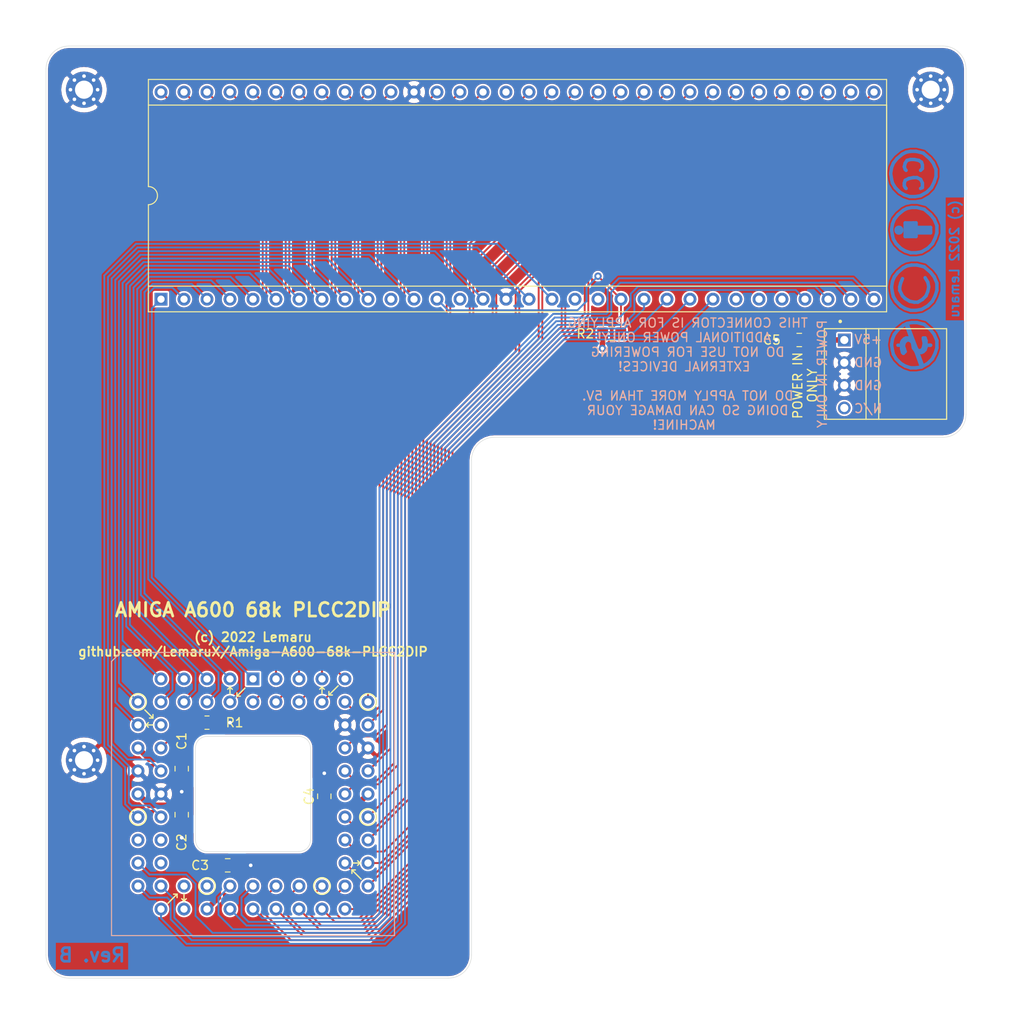
<source format=kicad_pcb>
(kicad_pcb (version 20171130) (host pcbnew "(5.1.12)-1")
  (title_block (title "Amiga A600 68k PLCC2DIP v1") (date 2022-01-03) (rev B) (comment 1 "Based on work by Kludge") (comment 2 "Design by Lemaru"))
  (layers (0 F.Cu signal) (1 In1.Cu mixed) (2 In2.Cu mixed) (31 B.Cu signal) (34 B.Paste user) (35 F.Paste user) (36 B.SilkS user) (37 F.SilkS user) (38 B.Mask user) (39 F.Mask user) (44 Edge.Cuts user))
  (net 0 "")
  (net 1 "Net-(R1-Pad1)")
  (net 2 GND)
  (net 3 "Net-(R2-Pad2)")
  (net 4 VCC)
  (net 5 /d13)
  (net 6 /d15)
  (net 7 /a22)
  (net 8 /a19)
  (net 9 /a17)
  (net 10 /a15)
  (net 11 /d12)
  (net 12 /d14)
  (net 13 /a23)
  (net 14 /a21)
  (net 15 /a20)
  (net 16 /a18)
  (net 17 /a16)
  (net 18 /a14)
  (net 19 /a12)
  (net 20 /a10)
  (net 21 /a8)
  (net 22 /a6)
  (net 23 /a4)
  (net 24 /a2)
  (net 25 /~ipl0)
  (net 26 /a13)
  (net 27 /a11)
  (net 28 /a9)
  (net 29 /a7)
  (net 30 /a5)
  (net 31 /a3)
  (net 32 /a1)
  (net 33 /~ipl1)
  (net 34 /~berr)
  (net 35 /~reset)
  (net 36 /~bgack)
  (net 37 /~dtack)
  (net 38 /~ipl2)
  (net 39 "Net-(U1-Pad23)")
  (net 40 /~halt)
  (net 41 /clk)
  (net 42 /d10)
  (net 43 /d8)
  (net 44 /d6)
  (net 45 /r~w)
  (net 46 /~uds)
  (net 47 /d0)
  (net 48 /d2)
  (net 49 /d4)
  (net 50 /d11)
  (net 51 /d9)
  (net 52 /d7)
  (net 53 /d5)
  (net 54 /~lds)
  (net 55 /~as)
  (net 56 /d1)
  (net 57 /d3)
  (net 58 "Net-(U1-Pad29)")
  (net 59 "Net-(U1-Pad30)")
  (net 60 "Net-(U1-Pad28)")
  (net 61 "Net-(U1-Pad22)")
  (net 62 "Net-(U1-Pad21)")
  (net 63 "Net-(U1-Pad11)")
  (net 64 "Net-(U2-Pad28)")
  (net 65 "Net-(U2-Pad27)")
  (net 66 "Net-(U2-Pad26)")
  (net 67 "Net-(U2-Pad20)")
  (net 68 "Net-(U2-Pad19)")
  (net 69 "Net-(U2-Pad11)")
  (net 70 "Net-(J1-Pad4)")
  (module Symbol:Symbol_CC-Noncommercial_CopperTop_Small (layer B.Cu) (at 202.565 74.93 270)
    (fp_text reference REF** hide)
    (fp_text value Symbol_CC-Noncommercial_CopperTop_Small hide)
    (fp_line (start 0 -1.30048) (end 0 -1.80086) (layer B.Cu) (width 0.381))
    (fp_line (start 0 -1.80086) (end 0 -1.69926) (layer B.Cu) (width 0.381))
    (fp_line (start 0 1.50114) (end 0 1.80086) (layer B.Cu) (width 0.381))
    (fp_line (start -2.4003 0.8001) (end 2.19964 -0.89916) (layer B.Cu) (width 0.381))
    (fp_line (start -2.30124 0.89916) (end 2.4003 -0.8001) (layer B.Cu) (width 0.381))
    (fp_line (start 0.89916 1.19888) (end 0.8001 1.30048) (layer B.Cu) (width 0.381))
    (fp_line (start 0.8001 1.30048) (end 0.39878 1.39954) (layer B.Cu) (width 0.381))
    (fp_line (start 0.39878 1.39954) (end -0.29972 1.39954) (layer B.Cu) (width 0.381))
    (fp_line (start -0.29972 1.39954) (end -0.50038 1.30048) (layer B.Cu) (width 0.381))
    (fp_line (start -0.50038 1.30048) (end -0.70104 1.09982) (layer B.Cu) (width 0.381))
    (fp_line (start -0.70104 1.09982) (end -0.8001 0.89916) (layer B.Cu) (width 0.381))
    (fp_line (start -0.8001 0.89916) (end -0.8001 0.59944) (layer B.Cu) (width 0.381))
    (fp_line (start -0.8001 0.59944) (end -0.70104 0.29972) (layer B.Cu) (width 0.381))
    (fp_line (start -0.70104 0.29972) (end -0.50038 0.09906) (layer B.Cu) (width 0.381))
    (fp_line (start -0.50038 0.09906) (end 0.29972 -0.20066) (layer B.Cu) (width 0.381))
    (fp_line (start 0.29972 -0.20066) (end 0.59944 -0.39878) (layer B.Cu) (width 0.381))
    (fp_line (start 0.59944 -0.39878) (end 0.59944 -0.8001) (layer B.Cu) (width 0.381))
    (fp_line (start 0.59944 -0.8001) (end 0.29972 -1.00076) (layer B.Cu) (width 0.381))
    (fp_line (start 0.29972 -1.00076) (end -0.20066 -1.09982) (layer B.Cu) (width 0.381))
    (fp_line (start -0.20066 -1.09982) (end -0.70104 -1.00076) (layer B.Cu) (width 0.381))
    (fp_line (start -0.70104 -1.00076) (end -0.8001 -1.00076) (layer B.Cu) (width 0.381))
    (fp_line (start -0.8001 -1.00076) (end -0.8001 -1.19888) (layer B.Cu) (width 0.381))
    (fp_line (start -0.8001 -1.19888) (end -0.50038 -1.30048) (layer B.Cu) (width 0.381))
    (fp_line (start -0.50038 -1.30048) (end 0.20066 -1.30048) (layer B.Cu) (width 0.381))
    (fp_line (start 0.20066 -1.30048) (end 0.50038 -1.19888) (layer B.Cu) (width 0.381))
    (fp_line (start 0.50038 -1.19888) (end 0.70104 -1.00076) (layer B.Cu) (width 0.381))
    (fp_line (start 0.70104 -1.00076) (end 0.8001 -0.8001) (layer B.Cu) (width 0.381))
    (fp_line (start 0.8001 -0.8001) (end 0.8001 -0.50038) (layer B.Cu) (width 0.381))
    (fp_line (start 0.8001 -0.50038) (end 0.70104 -0.20066) (layer B.Cu) (width 0.381))
    (fp_line (start 0.70104 -0.20066) (end 0.29972 0.09906) (layer B.Cu) (width 0.381))
    (fp_line (start 0.29972 0.09906) (end -0.29972 0.20066) (layer B.Cu) (width 0.381))
    (fp_line (start -0.29972 0.20066) (end -0.50038 0.39878) (layer B.Cu) (width 0.381))
    (fp_line (start -0.50038 0.39878) (end -0.59944 0.70104) (layer B.Cu) (width 0.381))
    (fp_line (start -0.59944 0.70104) (end -0.50038 0.89916) (layer B.Cu) (width 0.381))
    (fp_line (start -0.50038 0.89916) (end -0.29972 1.09982) (layer B.Cu) (width 0.381))
    (fp_line (start -0.29972 1.09982) (end 0.09906 1.19888) (layer B.Cu) (width 0.381))
    (fp_line (start 0.09906 1.19888) (end 0.39878 1.09982) (layer B.Cu) (width 0.381))
    (fp_line (start 0.39878 1.09982) (end 0.70104 1.00076) (layer B.Cu) (width 0.381))
    (fp_line (start 0.70104 1.00076) (end 0.89916 1.19888) (layer B.Cu) (width 0.381))
    (fp_line (start 0 2.49936) (end -0.09906 2.49936) (layer B.Cu) (width 0.381))
    (fp_line (start -0.09906 2.49936) (end -0.70104 2.4003) (layer B.Cu) (width 0.381))
    (fp_line (start -0.70104 2.4003) (end -1.19888 2.19964) (layer B.Cu) (width 0.381))
    (fp_line (start -1.19888 2.19964) (end -1.69926 1.80086) (layer B.Cu) (width 0.381))
    (fp_line (start -1.69926 1.80086) (end -2.19964 1.19888) (layer B.Cu) (width 0.381))
    (fp_line (start -2.19964 1.19888) (end -2.4003 0.8001) (layer B.Cu) (width 0.381))
    (fp_line (start -2.4003 0.8001) (end -2.49936 0.29972) (layer B.Cu) (width 0.381))
    (fp_line (start -2.49936 0.29972) (end -2.49936 -0.29972) (layer B.Cu) (width 0.381))
    (fp_line (start -2.49936 -0.29972) (end -2.30124 -1.09982) (layer B.Cu) (width 0.381))
    (fp_line (start -2.30124 -1.09982) (end -1.69926 -1.80086) (layer B.Cu) (width 0.381))
    (fp_line (start -1.69926 -1.80086) (end -1.19888 -2.19964) (layer B.Cu) (width 0.381))
    (fp_line (start -1.19888 -2.19964) (end -0.50038 -2.49936) (layer B.Cu) (width 0.381))
    (fp_line (start -0.50038 -2.49936) (end 0.29972 -2.49936) (layer B.Cu) (width 0.381))
    (fp_line (start 0.29972 -2.49936) (end 0.89916 -2.30124) (layer B.Cu) (width 0.381))
    (fp_line (start 0.89916 -2.30124) (end 1.50114 -1.99898) (layer B.Cu) (width 0.381))
    (fp_line (start 1.50114 -1.99898) (end 1.99898 -1.50114) (layer B.Cu) (width 0.381))
    (fp_line (start 1.99898 -1.50114) (end 2.4003 -0.8001) (layer B.Cu) (width 0.381))
    (fp_line (start 2.4003 -0.8001) (end 2.49936 -0.20066) (layer B.Cu) (width 0.381))
    (fp_line (start 2.49936 -0.20066) (end 2.49936 0.39878) (layer B.Cu) (width 0.381))
    (fp_line (start 2.49936 0.39878) (end 2.30124 1.00076) (layer B.Cu) (width 0.381))
    (fp_line (start 2.30124 1.00076) (end 1.99898 1.50114) (layer B.Cu) (width 0.381))
    (fp_line (start 1.99898 1.50114) (end 1.50114 1.99898) (layer B.Cu) (width 0.381))
    (fp_line (start 1.50114 1.99898) (end 1.00076 2.30124) (layer B.Cu) (width 0.381))
    (fp_line (start 1.00076 2.30124) (end 0.59944 2.4003) (layer B.Cu) (width 0.381))
    (fp_line (start 0.59944 2.4003) (end 0 2.49936) (layer B.Cu) (width 0.381))
  )
  (module Symbol:Symbol_CC-ShareAlike_CopperTop_Small (layer B.Cu) (at 202.565 68.58 270)
    (fp_text reference REF** hide)
    (fp_text value Symbol_CC-ShareAlike_CopperTop_Small hide)
    (fp_line (start -1.09982 -1.19888) (end -0.59944 -1.50114) (layer B.Cu) (width 0.381))
    (fp_line (start -0.59944 -1.50114) (end -0.09906 -1.6002) (layer B.Cu) (width 0.381))
    (fp_line (start -0.09906 -1.6002) (end 0.39878 -1.50114) (layer B.Cu) (width 0.381))
    (fp_line (start 0.39878 -1.50114) (end 0.89916 -1.30048) (layer B.Cu) (width 0.381))
    (fp_line (start 0.89916 -1.30048) (end 1.30048 -0.89916) (layer B.Cu) (width 0.381))
    (fp_line (start 1.30048 -0.89916) (end 1.6002 -0.39878) (layer B.Cu) (width 0.381))
    (fp_line (start 1.6002 -0.39878) (end 1.6002 0) (layer B.Cu) (width 0.381))
    (fp_line (start 1.6002 0) (end 1.50114 0.50038) (layer B.Cu) (width 0.381))
    (fp_line (start 1.50114 0.50038) (end 1.19888 1.00076) (layer B.Cu) (width 0.381))
    (fp_line (start 1.19888 1.00076) (end 0.89916 1.30048) (layer B.Cu) (width 0.381))
    (fp_line (start 0.89916 1.30048) (end 0.29972 1.6002) (layer B.Cu) (width 0.381))
    (fp_line (start 0.29972 1.6002) (end -0.09906 1.6002) (layer B.Cu) (width 0.381))
    (fp_line (start -0.09906 1.6002) (end -0.50038 1.50114) (layer B.Cu) (width 0.381))
    (fp_line (start -0.50038 1.50114) (end -1.00076 1.30048) (layer B.Cu) (width 0.381))
    (fp_line (start 0 2.49936) (end -0.09906 2.49936) (layer B.Cu) (width 0.381))
    (fp_line (start -0.09906 2.49936) (end -0.70104 2.4003) (layer B.Cu) (width 0.381))
    (fp_line (start -0.70104 2.4003) (end -1.19888 2.19964) (layer B.Cu) (width 0.381))
    (fp_line (start -1.19888 2.19964) (end -1.69926 1.80086) (layer B.Cu) (width 0.381))
    (fp_line (start -1.69926 1.80086) (end -2.19964 1.19888) (layer B.Cu) (width 0.381))
    (fp_line (start -2.19964 1.19888) (end -2.4003 0.8001) (layer B.Cu) (width 0.381))
    (fp_line (start -2.4003 0.8001) (end -2.49936 0.29972) (layer B.Cu) (width 0.381))
    (fp_line (start -2.49936 0.29972) (end -2.49936 -0.29972) (layer B.Cu) (width 0.381))
    (fp_line (start -2.49936 -0.29972) (end -2.30124 -1.09982) (layer B.Cu) (width 0.381))
    (fp_line (start -2.30124 -1.09982) (end -1.69926 -1.80086) (layer B.Cu) (width 0.381))
    (fp_line (start -1.69926 -1.80086) (end -1.19888 -2.19964) (layer B.Cu) (width 0.381))
    (fp_line (start -1.19888 -2.19964) (end -0.50038 -2.49936) (layer B.Cu) (width 0.381))
    (fp_line (start -0.50038 -2.49936) (end 0.29972 -2.49936) (layer B.Cu) (width 0.381))
    (fp_line (start 0.29972 -2.49936) (end 0.89916 -2.30124) (layer B.Cu) (width 0.381))
    (fp_line (start 0.89916 -2.30124) (end 1.50114 -1.99898) (layer B.Cu) (width 0.381))
    (fp_line (start 1.50114 -1.99898) (end 1.99898 -1.50114) (layer B.Cu) (width 0.381))
    (fp_line (start 1.99898 -1.50114) (end 2.4003 -0.8001) (layer B.Cu) (width 0.381))
    (fp_line (start 2.4003 -0.8001) (end 2.49936 -0.20066) (layer B.Cu) (width 0.381))
    (fp_line (start 2.49936 -0.20066) (end 2.49936 0.39878) (layer B.Cu) (width 0.381))
    (fp_line (start 2.49936 0.39878) (end 2.30124 1.00076) (layer B.Cu) (width 0.381))
    (fp_line (start 2.30124 1.00076) (end 1.99898 1.50114) (layer B.Cu) (width 0.381))
    (fp_line (start 1.99898 1.50114) (end 1.50114 1.99898) (layer B.Cu) (width 0.381))
    (fp_line (start 1.50114 1.99898) (end 1.00076 2.30124) (layer B.Cu) (width 0.381))
    (fp_line (start 1.00076 2.30124) (end 0.59944 2.4003) (layer B.Cu) (width 0.381))
    (fp_line (start 0.59944 2.4003) (end 0 2.49936) (layer B.Cu) (width 0.381))
  )
  (module Symbol:Symbol_CC-Attribution_CopperTop_Small (layer B.Cu) (at 202.565 62.23 270)
    (fp_text reference REF** hide)
    (fp_text value Symbol_CC-Attribution_CopperTop_Small hide)
    (fp_line (start 0 1.89992) (end 0 1.50114) (layer B.Cu) (width 0.381))
    (fp_line (start -0.70104 0.70104) (end 0.59944 0.70104) (layer B.Cu) (width 0.381))
    (fp_line (start 0.50038 0.39878) (end -0.70104 0.39878) (layer B.Cu) (width 0.381))
    (fp_line (start -0.8001 0.09906) (end 0.50038 0.09906) (layer B.Cu) (width 0.381))
    (fp_line (start 0 -0.29972) (end 0 -1.6002) (layer B.Cu) (width 0.381))
    (fp_line (start 0.09906 -1.80086) (end 0.29972 -1.80086) (layer B.Cu) (width 0.381))
    (fp_line (start 0.29972 -1.80086) (end 0.29972 -0.20066) (layer B.Cu) (width 0.381))
    (fp_line (start -0.29972 -0.29972) (end -0.29972 -1.80086) (layer B.Cu) (width 0.381))
    (fp_line (start -0.29972 -1.80086) (end 0.20066 -1.80086) (layer B.Cu) (width 0.381))
    (fp_line (start -0.8001 1.00076) (end 0.70104 1.00076) (layer B.Cu) (width 0.381))
    (fp_line (start 0.70104 1.00076) (end 0.70104 -0.20066) (layer B.Cu) (width 0.381))
    (fp_line (start 0.70104 -0.20066) (end -0.8001 -0.20066) (layer B.Cu) (width 0.381))
    (fp_line (start -0.8001 -0.20066) (end -0.8001 1.00076) (layer B.Cu) (width 0.381))
    (fp_circle (center 0 1.69926) (end 0.09906 1.39954) (layer B.Cu) (width 0.381))
    (fp_line (start 0 2.49936) (end -0.09906 2.49936) (layer B.Cu) (width 0.381))
    (fp_line (start -0.09906 2.49936) (end -0.70104 2.4003) (layer B.Cu) (width 0.381))
    (fp_line (start -0.70104 2.4003) (end -1.19888 2.19964) (layer B.Cu) (width 0.381))
    (fp_line (start -1.19888 2.19964) (end -1.69926 1.80086) (layer B.Cu) (width 0.381))
    (fp_line (start -1.69926 1.80086) (end -2.19964 1.19888) (layer B.Cu) (width 0.381))
    (fp_line (start -2.19964 1.19888) (end -2.4003 0.8001) (layer B.Cu) (width 0.381))
    (fp_line (start -2.4003 0.8001) (end -2.49936 0.29972) (layer B.Cu) (width 0.381))
    (fp_line (start -2.49936 0.29972) (end -2.49936 -0.29972) (layer B.Cu) (width 0.381))
    (fp_line (start -2.49936 -0.29972) (end -2.30124 -1.09982) (layer B.Cu) (width 0.381))
    (fp_line (start -2.30124 -1.09982) (end -1.69926 -1.80086) (layer B.Cu) (width 0.381))
    (fp_line (start -1.69926 -1.80086) (end -1.19888 -2.19964) (layer B.Cu) (width 0.381))
    (fp_line (start -1.19888 -2.19964) (end -0.50038 -2.49936) (layer B.Cu) (width 0.381))
    (fp_line (start -0.50038 -2.49936) (end 0.29972 -2.49936) (layer B.Cu) (width 0.381))
    (fp_line (start 0.29972 -2.49936) (end 0.89916 -2.30124) (layer B.Cu) (width 0.381))
    (fp_line (start 0.89916 -2.30124) (end 1.50114 -1.99898) (layer B.Cu) (width 0.381))
    (fp_line (start 1.50114 -1.99898) (end 1.99898 -1.50114) (layer B.Cu) (width 0.381))
    (fp_line (start 1.99898 -1.50114) (end 2.4003 -0.8001) (layer B.Cu) (width 0.381))
    (fp_line (start 2.4003 -0.8001) (end 2.49936 -0.20066) (layer B.Cu) (width 0.381))
    (fp_line (start 2.49936 -0.20066) (end 2.49936 0.39878) (layer B.Cu) (width 0.381))
    (fp_line (start 2.49936 0.39878) (end 2.30124 1.00076) (layer B.Cu) (width 0.381))
    (fp_line (start 2.30124 1.00076) (end 1.99898 1.50114) (layer B.Cu) (width 0.381))
    (fp_line (start 1.99898 1.50114) (end 1.50114 1.99898) (layer B.Cu) (width 0.381))
    (fp_line (start 1.50114 1.99898) (end 1.00076 2.30124) (layer B.Cu) (width 0.381))
    (fp_line (start 1.00076 2.30124) (end 0.59944 2.4003) (layer B.Cu) (width 0.381))
    (fp_line (start 0.59944 2.4003) (end 0 2.49936) (layer B.Cu) (width 0.381))
  )
  (module Symbol:Symbol_CreativeCommons_CopperTop_Type2_Small (layer B.Cu) (at 202.565 55.88 270)
    (fp_text reference REF** hide)
    (fp_text value Symbol_CreativeCommons_CopperTop_Type2_Small hide)
    (fp_line (start 1.7502 0.9001) (end 1.65114 0.99916) (layer B.Cu) (width 0.381))
    (fp_line (start 1.65114 0.99916) (end 1.45048 1.10076) (layer B.Cu) (width 0.381))
    (fp_line (start 1.45048 1.10076) (end 1.15076 1.10076) (layer B.Cu) (width 0.381))
    (fp_line (start 1.15076 1.10076) (end 0.85104 0.99916) (layer B.Cu) (width 0.381))
    (fp_line (start 0.85104 0.99916) (end 0.65038 0.60038) (layer B.Cu) (width 0.381))
    (fp_line (start 0.65038 0.60038) (end 0.54878 0.1) (layer B.Cu) (width 0.381))
    (fp_line (start 0.54878 0.1) (end 0.54878 -0.29878) (layer B.Cu) (width 0.381))
    (fp_line (start 0.54878 -0.29878) (end 0.74944 -0.7001) (layer B.Cu) (width 0.381))
    (fp_line (start 0.74944 -0.7001) (end 1.15076 -0.90076) (layer B.Cu) (width 0.381))
    (fp_line (start 1.15076 -0.90076) (end 1.34888 -0.90076) (layer B.Cu) (width 0.381))
    (fp_line (start 1.34888 -0.90076) (end 1.65114 -0.90076) (layer B.Cu) (width 0.381))
    (fp_line (start 1.65114 -0.90076) (end 1.7502 -0.7001) (layer B.Cu) (width 0.381))
    (fp_line (start -0.24878 0.9001) (end -0.35038 0.99916) (layer B.Cu) (width 0.381))
    (fp_line (start -0.35038 0.99916) (end -0.6501 1.10076) (layer B.Cu) (width 0.381))
    (fp_line (start -0.6501 1.10076) (end -1.04888 0.99916) (layer B.Cu) (width 0.381))
    (fp_line (start -1.04888 0.99916) (end -1.35114 0.80104) (layer B.Cu) (width 0.381))
    (fp_line (start -1.35114 0.80104) (end -1.4502 0.39972) (layer B.Cu) (width 0.381))
    (fp_line (start -1.4502 0.39972) (end -1.4502 0.00094) (layer B.Cu) (width 0.381))
    (fp_line (start -1.4502 0.00094) (end -1.35114 -0.49944) (layer B.Cu) (width 0.381))
    (fp_line (start -1.35114 -0.49944) (end -1.15048 -0.79916) (layer B.Cu) (width 0.381))
    (fp_line (start -1.15048 -0.79916) (end -0.85076 -0.90076) (layer B.Cu) (width 0.381))
    (fp_line (start -0.85076 -0.90076) (end -0.44944 -0.90076) (layer B.Cu) (width 0.381))
    (fp_line (start -0.44944 -0.90076) (end -0.24878 -0.7001) (layer B.Cu) (width 0.381))
    (fp_line (start 0.15 2.59936) (end 0.05094 2.59936) (layer B.Cu) (width 0.381))
    (fp_line (start 0.05094 2.59936) (end -0.55104 2.5003) (layer B.Cu) (width 0.381))
    (fp_line (start -0.55104 2.5003) (end -1.04888 2.29964) (layer B.Cu) (width 0.381))
    (fp_line (start -1.04888 2.29964) (end -1.54926 1.90086) (layer B.Cu) (width 0.381))
    (fp_line (start -1.54926 1.90086) (end -2.04964 1.29888) (layer B.Cu) (width 0.381))
    (fp_line (start -2.04964 1.29888) (end -2.2503 0.9001) (layer B.Cu) (width 0.381))
    (fp_line (start -2.2503 0.9001) (end -2.34936 0.39972) (layer B.Cu) (width 0.381))
    (fp_line (start -2.34936 0.39972) (end -2.34936 -0.19972) (layer B.Cu) (width 0.381))
    (fp_line (start -2.34936 -0.19972) (end -2.15124 -0.99982) (layer B.Cu) (width 0.381))
    (fp_line (start -2.15124 -0.99982) (end -1.54926 -1.70086) (layer B.Cu) (width 0.381))
    (fp_line (start -1.54926 -1.70086) (end -1.04888 -2.09964) (layer B.Cu) (width 0.381))
    (fp_line (start -1.04888 -2.09964) (end -0.35038 -2.39936) (layer B.Cu) (width 0.381))
    (fp_line (start -0.35038 -2.39936) (end 0.44972 -2.39936) (layer B.Cu) (width 0.381))
    (fp_line (start 0.44972 -2.39936) (end 1.04916 -2.20124) (layer B.Cu) (width 0.381))
    (fp_line (start 1.04916 -2.20124) (end 1.65114 -1.89898) (layer B.Cu) (width 0.381))
    (fp_line (start 1.65114 -1.89898) (end 2.14898 -1.40114) (layer B.Cu) (width 0.381))
    (fp_line (start 2.14898 -1.40114) (end 2.5503 -0.7001) (layer B.Cu) (width 0.381))
    (fp_line (start 2.5503 -0.7001) (end 2.64936 -0.10066) (layer B.Cu) (width 0.381))
    (fp_line (start 2.64936 -0.10066) (end 2.64936 0.49878) (layer B.Cu) (width 0.381))
    (fp_line (start 2.64936 0.49878) (end 2.45124 1.10076) (layer B.Cu) (width 0.381))
    (fp_line (start 2.45124 1.10076) (end 2.14898 1.60114) (layer B.Cu) (width 0.381))
    (fp_line (start 2.14898 1.60114) (end 1.65114 2.09898) (layer B.Cu) (width 0.381))
    (fp_line (start 1.65114 2.09898) (end 1.15076 2.40124) (layer B.Cu) (width 0.381))
    (fp_line (start 1.15076 2.40124) (end 0.74944 2.5003) (layer B.Cu) (width 0.381))
    (fp_line (start 0.74944 2.5003) (end 0.15 2.59936) (layer B.Cu) (width 0.381))
  )
  (module "A600 68k PLCC to DIP64:DIP-64_W22.86mm_Socket_ThinRoundPads_IC" (layer F.Cu) (at 119.38 69.85 90)
    (fp_text reference U2)
    (fp_text value 68000_SOCKET)
    (pad 64 thru_hole circle (at 22.86 0 90) (size 1.4224 1.4224) (drill 0.8) (layers *.Cu *.Mask) (net 53 /d5))
    (pad 32 thru_hole circle (at 0 78.74 90) (size 1.4224 1.4224) (drill 0.8) (layers *.Cu *.Mask) (net 23 /a4))
    (pad 63 thru_hole circle (at 22.86 2.54 90) (size 1.4224 1.4224) (drill 0.8) (layers *.Cu *.Mask) (net 44 /d6))
    (pad 31 thru_hole circle (at 0 76.2 90) (size 1.4224 1.4224) (drill 0.8) (layers *.Cu *.Mask) (net 31 /a3))
    (pad 62 thru_hole circle (at 22.86 5.08 90) (size 1.4224 1.4224) (drill 0.8) (layers *.Cu *.Mask) (net 52 /d7))
    (pad 30 thru_hole circle (at 0 73.66 90) (size 1.4224 1.4224) (drill 0.8) (layers *.Cu *.Mask) (net 24 /a2))
    (pad 61 thru_hole circle (at 22.86 7.62 90) (size 1.4224 1.4224) (drill 0.8) (layers *.Cu *.Mask) (net 43 /d8))
    (pad 29 thru_hole circle (at 0 71.12 90) (size 1.4224 1.4224) (drill 0.8) (layers *.Cu *.Mask) (net 32 /a1))
    (pad 60 thru_hole circle (at 22.86 10.16 90) (size 1.4224 1.4224) (drill 0.8) (layers *.Cu *.Mask) (net 51 /d9))
    (pad 28 thru_hole circle (at 0 68.58 90) (size 1.4224 1.4224) (drill 0.8) (layers *.Cu *.Mask) (net 64 "Net-(U2-Pad28)"))
    (pad 59 thru_hole circle (at 22.86 12.7 90) (size 1.4224 1.4224) (drill 0.8) (layers *.Cu *.Mask) (net 42 /d10))
    (pad 27 thru_hole circle (at 0 66.04 90) (size 1.4224 1.4224) (drill 0.8) (layers *.Cu *.Mask) (net 65 "Net-(U2-Pad27)"))
    (pad 58 thru_hole circle (at 22.86 15.24 90) (size 1.4224 1.4224) (drill 0.8) (layers *.Cu *.Mask) (net 50 /d11))
    (pad 26 thru_hole circle (at 0 63.5 90) (size 1.4224 1.4224) (drill 0.8) (layers *.Cu *.Mask) (net 66 "Net-(U2-Pad26)"))
    (pad 57 thru_hole circle (at 22.86 17.78 90) (size 1.4224 1.4224) (drill 0.8) (layers *.Cu *.Mask) (net 11 /d12))
    (pad 25 thru_hole circle (at 0 60.96 90) (size 1.4224 1.4224) (drill 0.8) (layers *.Cu *.Mask) (net 25 /~ipl0))
    (pad 56 thru_hole circle (at 22.86 20.32 90) (size 1.4224 1.4224) (drill 0.8) (layers *.Cu *.Mask) (net 5 /d13))
    (pad 24 thru_hole circle (at 0 58.42 90) (size 1.4224 1.4224) (drill 0.8) (layers *.Cu *.Mask) (net 33 /~ipl1))
    (pad 55 thru_hole circle (at 22.86 22.86 90) (size 1.4224 1.4224) (drill 0.8) (layers *.Cu *.Mask) (net 12 /d14))
    (pad 23 thru_hole circle (at 0 55.88 90) (size 1.4224 1.4224) (drill 0.8) (layers *.Cu *.Mask) (net 38 /~ipl2))
    (pad 54 thru_hole circle (at 22.86 25.4 90) (size 1.4224 1.4224) (drill 0.8) (layers *.Cu *.Mask) (net 6 /d15))
    (pad 22 thru_hole circle (at 0 53.34 90) (size 1.4224 1.4224) (drill 0.8) (layers *.Cu *.Mask) (net 34 /~berr))
    (pad 53 thru_hole circle (at 22.86 27.94 90) (size 1.4224 1.4224) (drill 0.8) (layers *.Cu *.Mask) (net 2 GND))
    (pad 21 thru_hole circle (at 0 50.8 90) (size 1.4224 1.4224) (drill 0.8) (layers *.Cu *.Mask) (net 3 "Net-(R2-Pad2)"))
    (pad 52 thru_hole circle (at 22.86 30.48 90) (size 1.4224 1.4224) (drill 0.8) (layers *.Cu *.Mask) (net 13 /a23))
    (pad 20 thru_hole circle (at 0 48.26 90) (size 1.4224 1.4224) (drill 0.8) (layers *.Cu *.Mask) (net 67 "Net-(U2-Pad20)"))
    (pad 51 thru_hole circle (at 22.86 33.02 90) (size 1.4224 1.4224) (drill 0.8) (layers *.Cu *.Mask) (net 7 /a22))
    (pad 19 thru_hole circle (at 0 45.72 90) (size 1.4224 1.4224) (drill 0.8) (layers *.Cu *.Mask) (net 68 "Net-(U2-Pad19)"))
    (pad 50 thru_hole circle (at 22.86 35.56 90) (size 1.4224 1.4224) (drill 0.8) (layers *.Cu *.Mask) (net 14 /a21))
    (pad 18 thru_hole circle (at 0 43.18 90) (size 1.4224 1.4224) (drill 0.8) (layers *.Cu *.Mask) (net 35 /~reset))
    (pad 49 thru_hole circle (at 22.86 38.1 90) (size 1.4224 1.4224) (drill 0.8) (layers *.Cu *.Mask) (net 4 VCC))
    (pad 17 thru_hole circle (at 0 40.64 90) (size 1.4224 1.4224) (drill 0.8) (layers *.Cu *.Mask) (net 40 /~halt))
    (pad 48 thru_hole circle (at 22.86 40.64 90) (size 1.4224 1.4224) (drill 0.8) (layers *.Cu *.Mask) (net 15 /a20))
    (pad 16 thru_hole circle (at 0 38.1 90) (size 1.4224 1.4224) (drill 0.8) (layers *.Cu *.Mask) (net 2 GND))
    (pad 47 thru_hole circle (at 22.86 43.18 90) (size 1.4224 1.4224) (drill 0.8) (layers *.Cu *.Mask) (net 8 /a19))
    (pad 15 thru_hole circle (at 0 35.56 90) (size 1.4224 1.4224) (drill 0.8) (layers *.Cu *.Mask) (net 41 /clk))
    (pad 46 thru_hole circle (at 22.86 45.72 90) (size 1.4224 1.4224) (drill 0.8) (layers *.Cu *.Mask) (net 16 /a18))
    (pad 14 thru_hole circle (at 0 33.02 90) (size 1.4224 1.4224) (drill 0.8) (layers *.Cu *.Mask) (net 4 VCC))
    (pad 45 thru_hole circle (at 22.86 48.26 90) (size 1.4224 1.4224) (drill 0.8) (layers *.Cu *.Mask) (net 9 /a17))
    (pad 13 thru_hole circle (at 0 30.48 90) (size 1.4224 1.4224) (drill 0.8) (layers *.Cu *.Mask) (net 3 "Net-(R2-Pad2)"))
    (pad 44 thru_hole circle (at 22.86 50.8 90) (size 1.4224 1.4224) (drill 0.8) (layers *.Cu *.Mask) (net 17 /a16))
    (pad 12 thru_hole circle (at 0 27.94 90) (size 1.4224 1.4224) (drill 0.8) (layers *.Cu *.Mask) (net 36 /~bgack))
    (pad 43 thru_hole circle (at 22.86 53.34 90) (size 1.4224 1.4224) (drill 0.8) (layers *.Cu *.Mask) (net 10 /a15))
    (pad 11 thru_hole circle (at 0 25.4 90) (size 1.4224 1.4224) (drill 0.8) (layers *.Cu *.Mask) (net 69 "Net-(U2-Pad11)"))
    (pad 42 thru_hole circle (at 22.86 55.88 90) (size 1.4224 1.4224) (drill 0.8) (layers *.Cu *.Mask) (net 18 /a14))
    (pad 10 thru_hole circle (at 0 22.86 90) (size 1.4224 1.4224) (drill 0.8) (layers *.Cu *.Mask) (net 37 /~dtack))
    (pad 41 thru_hole circle (at 22.86 58.42 90) (size 1.4224 1.4224) (drill 0.8) (layers *.Cu *.Mask) (net 26 /a13))
    (pad 9 thru_hole circle (at 0 20.32 90) (size 1.4224 1.4224) (drill 0.8) (layers *.Cu *.Mask) (net 45 /r~w))
    (pad 40 thru_hole circle (at 22.86 60.96 90) (size 1.4224 1.4224) (drill 0.8) (layers *.Cu *.Mask) (net 19 /a12))
    (pad 8 thru_hole circle (at 0 17.78 90) (size 1.4224 1.4224) (drill 0.8) (layers *.Cu *.Mask) (net 54 /~lds))
    (pad 39 thru_hole circle (at 22.86 63.5 90) (size 1.4224 1.4224) (drill 0.8) (layers *.Cu *.Mask) (net 27 /a11))
    (pad 7 thru_hole circle (at 0 15.24 90) (size 1.4224 1.4224) (drill 0.8) (layers *.Cu *.Mask) (net 46 /~uds))
    (pad 38 thru_hole circle (at 22.86 66.04 90) (size 1.4224 1.4224) (drill 0.8) (layers *.Cu *.Mask) (net 20 /a10))
    (pad 6 thru_hole circle (at 0 12.7 90) (size 1.4224 1.4224) (drill 0.8) (layers *.Cu *.Mask) (net 55 /~as))
    (pad 37 thru_hole circle (at 22.86 68.58 90) (size 1.4224 1.4224) (drill 0.8) (layers *.Cu *.Mask) (net 28 /a9))
    (pad 5 thru_hole circle (at 0 10.16 90) (size 1.4224 1.4224) (drill 0.8) (layers *.Cu *.Mask) (net 47 /d0))
    (pad 36 thru_hole circle (at 22.86 71.12 90) (size 1.4224 1.4224) (drill 0.8) (layers *.Cu *.Mask) (net 21 /a8))
    (pad 4 thru_hole circle (at 0 7.62 90) (size 1.4224 1.4224) (drill 0.8) (layers *.Cu *.Mask) (net 56 /d1))
    (pad 35 thru_hole circle (at 22.86 73.66 90) (size 1.4224 1.4224) (drill 0.8) (layers *.Cu *.Mask) (net 29 /a7))
    (pad 3 thru_hole circle (at 0 5.08 90) (size 1.4224 1.4224) (drill 0.8) (layers *.Cu *.Mask) (net 48 /d2))
    (pad 34 thru_hole circle (at 22.86 76.2 90) (size 1.4224 1.4224) (drill 0.8) (layers *.Cu *.Mask) (net 22 /a6))
    (pad 2 thru_hole circle (at 0 2.54 90) (size 1.4224 1.4224) (drill 0.8) (layers *.Cu *.Mask) (net 57 /d3))
    (pad 33 thru_hole circle (at 22.86 78.74 90) (size 1.4224 1.4224) (drill 0.8) (layers *.Cu *.Mask) (net 30 /a5))
    (pad 1 thru_hole rect (at 0 0 90) (size 1.4224 1.4224) (drill 0.8) (layers *.Cu *.Mask) (net 49 /d4))
  )
  (module "A600 68k PLCC to DIP64:MountingHole_2mm_Pad_Via" (layer F.Cu) (at 204.38 46.73 90)
    (fp_text reference H3)
    (fp_text value MountingHole_Pad)
    (pad 1 thru_hole circle (at 1.061 -1.061 90) (size 0.7 0.7) (drill 0.4) (layers *.Cu *.Mask) (net 2 GND))
    (pad 1 thru_hole circle (at 0 -1.5 90) (size 0.7 0.7) (drill 0.4) (layers *.Cu *.Mask) (net 2 GND))
    (pad 1 thru_hole circle (at -1.061 -1.061 90) (size 0.7 0.7) (drill 0.4) (layers *.Cu *.Mask) (net 2 GND))
    (pad 1 thru_hole circle (at -1.5 0 90) (size 0.7 0.7) (drill 0.4) (layers *.Cu *.Mask) (net 2 GND))
    (pad 1 thru_hole circle (at -1.061 1.061 90) (size 0.7 0.7) (drill 0.4) (layers *.Cu *.Mask) (net 2 GND))
    (pad 1 thru_hole circle (at 0 1.5 90) (size 0.7 0.7) (drill 0.4) (layers *.Cu *.Mask) (net 2 GND))
    (pad 1 thru_hole circle (at 1.061 1.061 90) (size 0.7 0.7) (drill 0.4) (layers *.Cu *.Mask) (net 2 GND))
    (pad 1 thru_hole circle (at 1.5 0 90) (size 0.7 0.7) (drill 0.4) (layers *.Cu *.Mask) (net 2 GND))
    (pad 1 thru_hole circle (at 0 0 90) (size 4 4) (drill 2) (layers *.Cu *.Mask) (net 2 GND))
  )
  (module "A600 68k PLCC to DIP64:MountingHole_2mm_Pad_Via" (layer F.Cu) (at 110.88 46.73)
    (fp_text reference H2)
    (fp_text value MountingHole_Pad)
    (pad 1 thru_hole circle (at 0 0) (size 4 4) (drill 2) (layers *.Cu *.Mask) (net 2 GND))
    (pad 1 thru_hole circle (at 1.5 0) (size 0.7 0.7) (drill 0.4) (layers *.Cu *.Mask) (net 2 GND))
    (pad 1 thru_hole circle (at 1.061 1.061) (size 0.7 0.7) (drill 0.4) (layers *.Cu *.Mask) (net 2 GND))
    (pad 1 thru_hole circle (at 0 1.5) (size 0.7 0.7) (drill 0.4) (layers *.Cu *.Mask) (net 2 GND))
    (pad 1 thru_hole circle (at -1.061 1.061) (size 0.7 0.7) (drill 0.4) (layers *.Cu *.Mask) (net 2 GND))
    (pad 1 thru_hole circle (at -1.5 0) (size 0.7 0.7) (drill 0.4) (layers *.Cu *.Mask) (net 2 GND))
    (pad 1 thru_hole circle (at -1.061 -1.061) (size 0.7 0.7) (drill 0.4) (layers *.Cu *.Mask) (net 2 GND))
    (pad 1 thru_hole circle (at 0 -1.5) (size 0.7 0.7) (drill 0.4) (layers *.Cu *.Mask) (net 2 GND))
    (pad 1 thru_hole circle (at 1.061 -1.061) (size 0.7 0.7) (drill 0.4) (layers *.Cu *.Mask) (net 2 GND))
  )
  (module "A600 68k PLCC to DIP64:MountingHole_2mm_Pad_Via" (layer F.Cu) (at 110.88 120.73)
    (fp_text reference H1)
    (fp_text value MountingHole_Pad)
    (pad 1 thru_hole circle (at 0 0) (size 4 4) (drill 2) (layers *.Cu *.Mask) (net 2 GND))
    (pad 1 thru_hole circle (at 1.5 0) (size 0.7 0.7) (drill 0.4) (layers *.Cu *.Mask) (net 2 GND))
    (pad 1 thru_hole circle (at 1.061 1.061) (size 0.7 0.7) (drill 0.4) (layers *.Cu *.Mask) (net 2 GND))
    (pad 1 thru_hole circle (at 0 1.5) (size 0.7 0.7) (drill 0.4) (layers *.Cu *.Mask) (net 2 GND))
    (pad 1 thru_hole circle (at -1.061 1.061) (size 0.7 0.7) (drill 0.4) (layers *.Cu *.Mask) (net 2 GND))
    (pad 1 thru_hole circle (at -1.5 0) (size 0.7 0.7) (drill 0.4) (layers *.Cu *.Mask) (net 2 GND))
    (pad 1 thru_hole circle (at -1.061 -1.061) (size 0.7 0.7) (drill 0.4) (layers *.Cu *.Mask) (net 2 GND))
    (pad 1 thru_hole circle (at 0 -1.5) (size 0.7 0.7) (drill 0.4) (layers *.Cu *.Mask) (net 2 GND))
    (pad 1 thru_hole circle (at 1.061 -1.061) (size 0.7 0.7) (drill 0.4) (layers *.Cu *.Mask) (net 2 GND))
  )
  (module "A600 68k PLCC to DIP64:PLCC-68_THT-SocketUpsideDown" (layer F.Cu) (at 129.54 111.76)
    (fp_text reference U1 hide)
    (fp_text value MC68000_PLCC68)
    (pad 60 thru_hole circle (at 12.7 2.54) (size 1.4224 1.4224) (drill 0.8) (layers *.Cu *.Mask) (net 5 /d13))
    (pad 58 thru_hole circle (at 12.7 5.08) (size 1.4224 1.4224) (drill 0.8) (layers *.Cu *.Mask) (net 6 /d15))
    (pad 56 thru_hole circle (at 12.7 7.62) (size 1.4224 1.4224) (drill 0.8) (layers *.Cu *.Mask) (net 2 GND))
    (pad 54 thru_hole circle (at 12.7 10.16) (size 1.4224 1.4224) (drill 0.8) (layers *.Cu *.Mask) (net 7 /a22))
    (pad 52 thru_hole circle (at 12.7 12.7) (size 1.4224 1.4224) (drill 0.8) (layers *.Cu *.Mask) (net 4 VCC))
    (pad 50 thru_hole circle (at 12.7 15.24) (size 1.4224 1.4224) (drill 0.8) (layers *.Cu *.Mask) (net 8 /a19))
    (pad 48 thru_hole circle (at 12.7 17.78) (size 1.4224 1.4224) (drill 0.8) (layers *.Cu *.Mask) (net 9 /a17))
    (pad 46 thru_hole circle (at 12.7 20.32) (size 1.4224 1.4224) (drill 0.8) (layers *.Cu *.Mask) (net 10 /a15))
    (pad 61 thru_hole circle (at 10.16 0) (size 1.4224 1.4224) (drill 0.8) (layers *.Cu *.Mask) (net 11 /d12))
    (pad 59 thru_hole circle (at 10.16 2.54) (size 1.4224 1.4224) (drill 0.8) (layers *.Cu *.Mask) (net 12 /d14))
    (pad 57 thru_hole circle (at 10.16 5.08) (size 1.4224 1.4224) (drill 0.8) (layers *.Cu *.Mask) (net 2 GND))
    (pad 55 thru_hole circle (at 10.16 7.62) (size 1.4224 1.4224) (drill 0.8) (layers *.Cu *.Mask) (net 13 /a23))
    (pad 53 thru_hole circle (at 10.16 10.16) (size 1.4224 1.4224) (drill 0.8) (layers *.Cu *.Mask) (net 14 /a21))
    (pad 51 thru_hole circle (at 10.16 12.7) (size 1.4224 1.4224) (drill 0.8) (layers *.Cu *.Mask) (net 15 /a20))
    (pad 49 thru_hole circle (at 10.16 15.24) (size 1.4224 1.4224) (drill 0.8) (layers *.Cu *.Mask) (net 16 /a18))
    (pad 47 thru_hole circle (at 10.16 17.78) (size 1.4224 1.4224) (drill 0.8) (layers *.Cu *.Mask) (net 17 /a16))
    (pad 45 thru_hole circle (at 10.16 20.32) (size 1.4224 1.4224) (drill 0.8) (layers *.Cu *.Mask) (net 18 /a14))
    (pad 43 thru_hole circle (at 10.16 25.4) (size 1.4224 1.4224) (drill 0.8) (layers *.Cu *.Mask) (net 19 /a12))
    (pad 41 thru_hole circle (at 7.62 25.4) (size 1.4224 1.4224) (drill 0.8) (layers *.Cu *.Mask) (net 20 /a10))
    (pad 39 thru_hole circle (at 5.08 25.4) (size 1.4224 1.4224) (drill 0.8) (layers *.Cu *.Mask) (net 21 /a8))
    (pad 37 thru_hole circle (at 2.54 25.4) (size 1.4224 1.4224) (drill 0.8) (layers *.Cu *.Mask) (net 22 /a6))
    (pad 35 thru_hole circle (at 0 25.4) (size 1.4224 1.4224) (drill 0.8) (layers *.Cu *.Mask) (net 23 /a4))
    (pad 33 thru_hole circle (at -2.54 25.4) (size 1.4224 1.4224) (drill 0.8) (layers *.Cu *.Mask) (net 24 /a2))
    (pad 31 thru_hole circle (at -5.08 25.4) (size 1.4224 1.4224) (drill 0.8) (layers *.Cu *.Mask) (net 4 VCC))
    (pad 29 thru_hole circle (at -7.62 25.4) (size 1.4224 1.4224) (drill 0.8) (layers *.Cu *.Mask) (net 58 "Net-(U1-Pad29)"))
    (pad 27 thru_hole circle (at -10.16 25.4) (size 1.4224 1.4224) (drill 0.8) (layers *.Cu *.Mask) (net 25 /~ipl0))
    (pad 44 thru_hole circle (at 12.7 22.86) (size 1.4224 1.4224) (drill 0.8) (layers *.Cu *.Mask) (net 26 /a13))
    (pad 42 thru_hole circle (at 10.16 22.86) (size 1.4224 1.4224) (drill 0.8) (layers *.Cu *.Mask) (net 27 /a11))
    (pad 40 thru_hole circle (at 7.62 22.86) (size 1.4224 1.4224) (drill 0.8) (layers *.Cu *.Mask) (net 28 /a9))
    (pad 38 thru_hole circle (at 5.08 22.86) (size 1.4224 1.4224) (drill 0.8) (layers *.Cu *.Mask) (net 29 /a7))
    (pad 36 thru_hole circle (at 2.54 22.86) (size 1.4224 1.4224) (drill 0.8) (layers *.Cu *.Mask) (net 30 /a5))
    (pad 34 thru_hole circle (at 0 22.86) (size 1.4224 1.4224) (drill 0.8) (layers *.Cu *.Mask) (net 31 /a3))
    (pad 32 thru_hole circle (at -2.54 22.86) (size 1.4224 1.4224) (drill 0.8) (layers *.Cu *.Mask) (net 32 /a1))
    (pad 30 thru_hole circle (at -5.08 22.86) (size 1.4224 1.4224) (drill 0.8) (layers *.Cu *.Mask) (net 59 "Net-(U1-Pad30)"))
    (pad 28 thru_hole circle (at -7.62 22.86) (size 1.4224 1.4224) (drill 0.8) (layers *.Cu *.Mask) (net 60 "Net-(U1-Pad28)"))
    (pad 26 thru_hole circle (at -12.7 22.86) (size 1.4224 1.4224) (drill 0.8) (layers *.Cu *.Mask) (net 33 /~ipl1))
    (pad 24 thru_hole circle (at -12.7 20.32) (size 1.4224 1.4224) (drill 0.8) (layers *.Cu *.Mask) (net 34 /~berr))
    (pad 22 thru_hole circle (at -12.7 17.78) (size 1.4224 1.4224) (drill 0.8) (layers *.Cu *.Mask) (net 61 "Net-(U1-Pad22)"))
    (pad 20 thru_hole circle (at -12.7 15.24) (size 1.4224 1.4224) (drill 0.8) (layers *.Cu *.Mask) (net 35 /~reset))
    (pad 18 thru_hole circle (at -12.7 12.7) (size 1.4224 1.4224) (drill 0.8) (layers *.Cu *.Mask) (net 4 VCC))
    (pad 16 thru_hole circle (at -12.7 10.16) (size 1.4224 1.4224) (drill 0.8) (layers *.Cu *.Mask) (net 2 GND))
    (pad 14 thru_hole circle (at -12.7 7.62) (size 1.4224 1.4224) (drill 0.8) (layers *.Cu *.Mask) (net 4 VCC))
    (pad 12 thru_hole circle (at -12.7 5.08) (size 1.4224 1.4224) (drill 0.8) (layers *.Cu *.Mask) (net 36 /~bgack))
    (pad 10 thru_hole circle (at -12.7 2.54) (size 1.4224 1.4224) (drill 0.8) (layers *.Cu *.Mask) (net 37 /~dtack))
    (pad 25 thru_hole circle (at -10.16 22.86) (size 1.4224 1.4224) (drill 0.8) (layers *.Cu *.Mask) (net 38 /~ipl2))
    (pad 23 thru_hole circle (at -10.16 20.32) (size 1.4224 1.4224) (drill 0.8) (layers *.Cu *.Mask) (net 39 "Net-(U1-Pad23)"))
    (pad 21 thru_hole circle (at -10.16 17.78) (size 1.4224 1.4224) (drill 0.8) (layers *.Cu *.Mask) (net 62 "Net-(U1-Pad21)"))
    (pad 19 thru_hole circle (at -10.16 15.24) (size 1.4224 1.4224) (drill 0.8) (layers *.Cu *.Mask) (net 40 /~halt))
    (pad 17 thru_hole circle (at -10.16 12.7) (size 1.4224 1.4224) (drill 0.8) (layers *.Cu *.Mask) (net 2 GND))
    (pad 15 thru_hole circle (at -10.16 10.16) (size 1.4224 1.4224) (drill 0.8) (layers *.Cu *.Mask) (net 41 /clk))
    (pad 13 thru_hole circle (at -10.16 7.62) (size 1.4224 1.4224) (drill 0.8) (layers *.Cu *.Mask) (net 1 "Net-(R1-Pad1)"))
    (pad 11 thru_hole circle (at -10.16 5.08) (size 1.4224 1.4224) (drill 0.8) (layers *.Cu *.Mask) (net 63 "Net-(U1-Pad11)"))
    (pad 63 thru_hole circle (at 7.62 0) (size 1.4224 1.4224) (drill 0.8) (layers *.Cu *.Mask) (net 42 /d10))
    (pad 65 thru_hole circle (at 5.08 0) (size 1.4224 1.4224) (drill 0.8) (layers *.Cu *.Mask) (net 43 /d8))
    (pad 67 thru_hole circle (at 2.54 0) (size 1.4224 1.4224) (drill 0.8) (layers *.Cu *.Mask) (net 44 /d6))
    (pad 9 thru_hole circle (at -10.16 0) (size 1.4224 1.4224) (drill 0.8) (layers *.Cu *.Mask) (net 45 /r~w))
    (pad 7 thru_hole circle (at -7.62 0) (size 1.4224 1.4224) (drill 0.8) (layers *.Cu *.Mask) (net 46 /~uds))
    (pad 5 thru_hole circle (at -5.08 0) (size 1.4224 1.4224) (drill 0.8) (layers *.Cu *.Mask) (net 47 /d0))
    (pad 3 thru_hole circle (at -2.54 0) (size 1.4224 1.4224) (drill 0.8) (layers *.Cu *.Mask) (net 48 /d2))
    (pad 1 thru_hole rect (at 0 0) (size 1.4224 1.4224) (drill 0.8) (layers *.Cu *.Mask) (net 49 /d4))
    (pad 62 thru_hole circle (at 7.62 2.54) (size 1.4224 1.4224) (drill 0.8) (layers *.Cu *.Mask) (net 50 /d11))
    (pad 64 thru_hole circle (at 5.08 2.54) (size 1.4224 1.4224) (drill 0.8) (layers *.Cu *.Mask) (net 51 /d9))
    (pad 66 thru_hole circle (at 2.54 2.54) (size 1.4224 1.4224) (drill 0.8) (layers *.Cu *.Mask) (net 52 /d7))
    (pad 68 thru_hole circle (at 0 2.54) (size 1.4224 1.4224) (drill 0.8) (layers *.Cu *.Mask) (net 53 /d5))
    (pad 8 thru_hole circle (at -10.16 2.54) (size 1.4224 1.4224) (drill 0.8) (layers *.Cu *.Mask) (net 54 /~lds))
    (pad 6 thru_hole circle (at -7.62 2.54) (size 1.4224 1.4224) (drill 0.8) (layers *.Cu *.Mask) (net 55 /~as))
    (pad 4 thru_hole circle (at -5.08 2.54) (size 1.4224 1.4224) (drill 0.8) (layers *.Cu *.Mask) (net 56 /d1))
    (pad 2 thru_hole circle (at -2.54 2.54) (size 1.4224 1.4224) (drill 0.8) (layers *.Cu *.Mask) (net 57 /d3))
  )
  (module Capacitor_SMD:C_0805_2012Metric_Pad1.18x1.45mm_HandSolder (layer F.Cu) (at 121.666 121.666 270)
    (fp_text reference C1 (at -3.048 0 90) (layer F.SilkS))
    (fp_text value 100nf)
    (pad 1 smd roundrect (at -1.0375 0 270) (size 1.175 1.45) (layers F.Cu F.Paste F.Mask) (roundrect_rratio 0.2127659574468085) (net 4 VCC))
    (pad 2 smd roundrect (at 1.0375 0 270) (size 1.175 1.45) (layers F.Cu F.Paste F.Mask) (roundrect_rratio 0.2127659574468085) (net 2 GND))
  )
  (module Capacitor_SMD:C_0805_2012Metric_Pad1.18x1.45mm_HandSolder (layer F.Cu) (at 121.666 126.746 270)
    (fp_text reference C2 (at 3.048 0 90) (layer F.SilkS))
    (fp_text value 100nf)
    (pad 2 smd roundrect (at 1.0375 0 270) (size 1.175 1.45) (layers F.Cu F.Paste F.Mask) (roundrect_rratio 0.2127659574468085) (net 2 GND))
    (pad 1 smd roundrect (at -1.0375 0 270) (size 1.175 1.45) (layers F.Cu F.Paste F.Mask) (roundrect_rratio 0.2127659574468085) (net 4 VCC))
  )
  (module Capacitor_SMD:C_0805_2012Metric_Pad1.18x1.45mm_HandSolder (layer F.Cu) (at 126.746 132.334)
    (fp_text reference C3 (at -3.048 0) (layer F.SilkS))
    (fp_text value 100nf)
    (pad 1 smd roundrect (at -1.0375 0) (size 1.175 1.45) (layers F.Cu F.Paste F.Mask) (roundrect_rratio 0.2127659574468085) (net 4 VCC))
    (pad 2 smd roundrect (at 1.0375 0) (size 1.175 1.45) (layers F.Cu F.Paste F.Mask) (roundrect_rratio 0.2127659574468085) (net 2 GND))
  )
  (module Capacitor_SMD:C_0805_2012Metric_Pad1.18x1.45mm_HandSolder (layer F.Cu) (at 137.414 124.714 90)
    (fp_text reference C4 (at 0 -1.68 90) (layer F.SilkS))
    (fp_text value 100nf)
    (pad 2 smd roundrect (at 1.0375 0 90) (size 1.175 1.45) (layers F.Cu F.Paste F.Mask) (roundrect_rratio 0.2127659574468085) (net 2 GND))
    (pad 1 smd roundrect (at -1.0375 0 90) (size 1.175 1.45) (layers F.Cu F.Paste F.Mask) (roundrect_rratio 0.2127659574468085) (net 4 VCC))
  )
  (module Resistor_SMD:R_0805_2012Metric_Pad1.20x1.40mm_HandSolder (layer F.Cu) (at 124.46 116.586)
    (fp_text reference R1 (at 3.048 0) (layer F.SilkS))
    (fp_text value 220R)
    (pad 1 smd roundrect (at -1 0) (size 1.2 1.4) (layers F.Cu F.Paste F.Mask) (roundrect_rratio 0.2083325) (net 1 "Net-(R1-Pad1)"))
    (pad 2 smd roundrect (at 1 0) (size 1.2 1.4) (layers F.Cu F.Paste F.Mask) (roundrect_rratio 0.2083325) (net 2 GND))
  )
  (module Resistor_SMD:R_0805_2012Metric_Pad1.20x1.40mm_HandSolder (layer F.Cu) (at 169.155 73.66)
    (fp_text reference R2 (at -2.912 0) (layer F.SilkS))
    (fp_text value 1k)
    (pad 2 smd roundrect (at 1 0) (size 1.2 1.4) (layers F.Cu F.Paste F.Mask) (roundrect_rratio 0.2083325) (net 3 "Net-(R2-Pad2)"))
    (pad 1 smd roundrect (at -1 0) (size 1.2 1.4) (layers F.Cu F.Paste F.Mask) (roundrect_rratio 0.2083325) (net 4 VCC))
  )
  (module "A600 68k PLCC to DIP64:TE_171826-4" (layer F.Cu) (at 199.39 78.105 90)
    (fp_text reference J1 hide)
    (fp_text value 171826-4)
    (pad 4 thru_hole circle (at -3.75 -4.55 90) (size 1.408 1.408) (drill 0.9) (layers *.Cu *.Mask) (net 70 "Net-(J1-Pad4)"))
    (pad 3 thru_hole circle (at -1.25 -4.55 90) (size 1.408 1.408) (drill 0.9) (layers *.Cu *.Mask) (net 2 GND))
    (pad 2 thru_hole circle (at 1.25 -4.55 90) (size 1.408 1.408) (drill 0.9) (layers *.Cu *.Mask) (net 2 GND))
    (pad 1 thru_hole rect (at 3.75 -4.55 90) (size 1.408 1.408) (drill 0.9) (layers *.Cu *.Mask) (net 4 VCC))
  )
  (module Capacitor_SMD:C_0805_2012Metric_Pad1.18x1.45mm_HandSolder (layer F.Cu) (at 189.865 74.355 180)
    (fp_text reference C5 (at 3.0265 0) (layer F.SilkS))
    (fp_text value 100nf)
    (pad 1 smd roundrect (at -1.0375 0 180) (size 1.175 1.45) (layers F.Cu F.Paste F.Mask) (roundrect_rratio 0.2127659574468085) (net 4 VCC))
    (pad 2 smd roundrect (at 1.0375 0 180) (size 1.175 1.45) (layers F.Cu F.Paste F.Mask) (roundrect_rratio 0.2127659574468085) (net 2 GND))
  )
  (gr_arc (start 134.62 129.54) (end 134.62 130.81) (angle -90) (layer Edge.Cuts) (width 0.05))
  (gr_arc (start 124.46 129.54) (end 123.19 129.54) (angle -90) (layer Edge.Cuts) (width 0.05))
  (gr_arc (start 124.46 119.38) (end 124.46 118.11) (angle -90) (layer Edge.Cuts) (width 0.05))
  (gr_arc (start 134.62 119.38) (end 135.89 119.38) (angle -90) (layer Edge.Cuts) (width 0.05))
  (gr_text "THIS CONNECTOR IS FOR APPLYING \nADDITIONAL POWER ONLY!\nDO NOT USE FOR POWERING \nEXTERNAL DEVICES!\n\nDO NOT APPLY MORE THAN 5V. \nDOING SO CAN DAMAGE YOUR \nMACHINE!" (at 177.165 78.105) (layer B.SilkS) (effects (font (size 1 1)) (justify mirror)))
  (gr_text N/C (at 197.485 81.915) (layer B.SilkS) (effects (font (size 1 1)) (justify mirror)))
  (gr_text GND (at 197.485 79.375) (layer B.SilkS) (effects (font (size 1 1)) (justify mirror)))
  (gr_text GND (at 197.485 76.835) (layer B.SilkS) (effects (font (size 1 1)) (justify mirror)))
  (gr_text +5V (at 197.485 74.295) (layer B.SilkS) (effects (font (size 1 1)) (justify mirror)))
  (gr_text "POWER IN\nONLY" (at 190.5 79.375 90) (layer F.SilkS) (effects (font (size 1 1))))
  (gr_text "POWER IN ONLY" (at 192.405 78.105 90) (layer B.SilkS) (effects (font (size 1 1)) (justify mirror)))
  (gr_line (start 124.46 118.11) (end 134.62 118.11) (layer Edge.Cuts) (width 0.05))
  (gr_line (start 135.89 129.54) (end 135.89 119.38) (layer Edge.Cuts) (width 0.05))
  (gr_line (start 134.62 130.81) (end 124.46 130.81) (layer Edge.Cuts) (width 0.05))
  (gr_line (start 123.19 119.38) (end 123.19 129.54) (layer Edge.Cuts) (width 0.05))
  (gr_text "Rev. B" (at 111.76 142.24) (layer B.Cu) (effects (font (size 1.5 1.5) (thickness 0.3)) (justify mirror)))
  (gr_arc (start 205.74 82.55) (end 205.74 85.09) (angle -90) (layer Edge.Cuts) (width 0.05))
  (gr_arc (start 156.21 87.63) (end 156.21 85.09) (angle -90) (layer Edge.Cuts) (width 0.05))
  (gr_line (start 205.74 85.09) (end 156.21 85.09) (layer Edge.Cuts) (width 0.05))
  (gr_line (start 208.28 44.45) (end 208.28 82.55) (layer Edge.Cuts) (width 0.05))
  (gr_text "(c) 2022 Lemaru" (at 207.01 65.405 90) (layer B.Cu) (effects (font (size 1 1) (thickness 0.2)) (justify mirror)))
  (gr_text "(c) 2022 Lemaru\ngithub.com/LemaruX/Amiga-A600-68k-PLCC2DIP" (at 129.54 107.95) (layer F.SilkS) (effects (font (size 1 1) (thickness 0.2))))
  (gr_text "AMIGA A600 68k PLCC2DIP" (at 129.54 104.14) (layer F.SilkS) (effects (font (size 1.5 1.5) (thickness 0.3))))
  (gr_arc (start 205.74 44.45) (end 208.28 44.45) (angle -90) (layer Edge.Cuts) (width 0.05))
  (gr_arc (start 109.22 44.45) (end 109.22 41.91) (angle -90) (layer Edge.Cuts) (width 0.05))
  (gr_arc (start 151.13 142.24) (end 151.13 144.78) (angle -90) (layer Edge.Cuts) (width 0.05))
  (gr_arc (start 109.22 142.24) (end 106.68 142.24) (angle -90) (layer Edge.Cuts) (width 0.05))
  (gr_line (start 205.74 41.91) (end 109.22 41.91) (layer Edge.Cuts) (width 0.05))
  (gr_line (start 106.68 44.45) (end 106.68 142.24) (layer Edge.Cuts) (width 0.05))
  (gr_line (start 153.67 87.63) (end 153.67 142.24) (layer Edge.Cuts) (width 0.05))
  (gr_line (start 151.13 144.78) (end 109.22 144.78) (layer Edge.Cuts) (width 0.05))
  (segment (start 119.38 119.38) (end 122.174 116.586) (width 0.2032) (layer F.Cu) (net 1))
  (segment (start 122.174 116.586) (end 123.46 116.586) (width 0.2032) (layer F.Cu) (net 1))
  (via (at 187.325 74.355) (size 0.8) (drill 0.4) (layers F.Cu B.Cu) (net 2))
  (segment (start 188.8275 74.355) (end 187.325 74.355) (width 0.2032) (layer F.Cu) (net 2))
  (via (at 127 116.586) (size 0.8) (drill 0.4) (layers F.Cu B.Cu) (net 2))
  (segment (start 125.46 116.586) (end 127 116.586) (width 0.2032) (layer F.Cu) (net 2))
  (via (at 121.666 124.206) (size 0.8) (drill 0.4) (layers F.Cu B.Cu) (net 2))
  (segment (start 121.666 122.7035) (end 121.666 124.206) (width 0.2032) (layer F.Cu) (net 2))
  (via (at 121.666 129.286) (size 0.8) (drill 0.4) (layers F.Cu B.Cu) (net 2))
  (segment (start 121.666 127.7835) (end 121.666 129.286) (width 0.2032) (layer F.Cu) (net 2))
  (via (at 129.286 132.334) (size 0.8) (drill 0.4) (layers F.Cu B.Cu) (net 2))
  (segment (start 127.7835 132.334) (end 129.286 132.334) (width 0.2032) (layer F.Cu) (net 2))
  (via (at 137.414 122.174) (size 0.8) (drill 0.4) (layers F.Cu B.Cu) (net 2))
  (segment (start 137.414 123.6765) (end 137.414 122.174) (width 0.2032) (layer F.Cu) (net 2))
  (via (at 167.64 67.31) (size 0.8) (drill 0.4) (layers F.Cu B.Cu) (net 3))
  (segment (start 167.64 67.31) (end 170.18 69.85) (width 0.2032) (layer F.Cu) (net 3))
  (segment (start 166.37 68.58) (end 167.64 67.31) (width 0.2032) (layer B.Cu) (net 3))
  (segment (start 165.379628 71.069318) (end 166.37 70.078946) (width 0.2032) (layer B.Cu) (net 3))
  (segment (start 151.079318 71.069318) (end 165.379628 71.069318) (width 0.2032) (layer B.Cu) (net 3))
  (segment (start 166.37 70.078946) (end 166.37 68.58) (width 0.2032) (layer B.Cu) (net 3))
  (segment (start 149.86 69.85) (end 151.079318 71.069318) (width 0.2032) (layer B.Cu) (net 3))
  (segment (start 170.18 73.66) (end 170.18 69.85) (width 0.2032) (layer F.Cu) (net 3))
  (via (at 168.1226 75.2856) (size 0.8) (drill 0.4) (layers F.Cu B.Cu) (net 4))
  (segment (start 168.13 75.2782) (end 168.1226 75.2856) (width 0.6096) (layer F.Cu) (net 4))
  (segment (start 168.13 73.66) (end 168.13 75.2782) (width 0.6096) (layer F.Cu) (net 4))
  (segment (start 140.9485 125.7515) (end 137.414 125.7515) (width 0.6096) (layer F.Cu) (net 4))
  (segment (start 142.24 124.46) (end 140.9485 125.7515) (width 0.6096) (layer F.Cu) (net 4))
  (segment (start 125.7085 135.9115) (end 125.7085 132.334) (width 0.6096) (layer F.Cu) (net 4))
  (segment (start 124.46 137.16) (end 125.7085 135.9115) (width 0.6096) (layer F.Cu) (net 4))
  (segment (start 118.0885 125.7085) (end 121.666 125.7085) (width 0.6096) (layer F.Cu) (net 4))
  (segment (start 116.84 124.46) (end 118.0885 125.7085) (width 0.6096) (layer F.Cu) (net 4))
  (segment (start 118.0885 120.6285) (end 121.666 120.6285) (width 0.6096) (layer F.Cu) (net 4))
  (segment (start 116.84 119.38) (end 118.0885 120.6285) (width 0.6096) (layer F.Cu) (net 4))
  (segment (start 194.84 74.355) (end 190.9025 74.355) (width 0.6096) (layer F.Cu) (net 4))
  (segment (start 142.24 113.294212) (end 142.24 114.3) (width 0.2032) (layer F.Cu) (net 5))
  (segment (start 140.7668 70.752974) (end 136.636055 74.883719) (width 0.2032) (layer F.Cu) (net 5))
  (segment (start 139.7 46.99) (end 140.7668 48.0568) (width 0.2032) (layer F.Cu) (net 5))
  (segment (start 136.636055 106.918055) (end 142.24 112.522) (width 0.2032) (layer F.Cu) (net 5))
  (segment (start 140.7668 48.0568) (end 140.7668 70.752974) (width 0.2032) (layer F.Cu) (net 5))
  (segment (start 136.636055 74.883719) (end 136.636055 106.918055) (width 0.2032) (layer F.Cu) (net 5))
  (segment (start 142.24 112.522) (end 142.24 113.294212) (width 0.2032) (layer F.Cu) (net 5))
  (segment (start 143.309989 48.460011) (end 143.30999 72.44399) (width 0.2032) (layer F.Cu) (net 6))
  (segment (start 144.78 46.99) (end 143.309989 48.460011) (width 0.2032) (layer F.Cu) (net 6))
  (segment (start 143.30999 72.44399) (end 143.91321 73.04721) (width 0.2032) (layer F.Cu) (net 6))
  (segment (start 143.91321 73.04721) (end 143.91321 115.16679) (width 0.2032) (layer F.Cu) (net 6))
  (segment (start 143.91321 115.16679) (end 142.24 116.84) (width 0.2032) (layer F.Cu) (net 6))
  (segment (start 152.4 46.99) (end 145.8468 53.5432) (width 0.2032) (layer F.Cu) (net 7))
  (segment (start 145.8468 53.5432) (end 145.8468 82.4992) (width 0.2032) (layer F.Cu) (net 7))
  (segment (start 145.8468 82.4992) (end 144.719632 83.626368) (width 0.2032) (layer F.Cu) (net 7))
  (segment (start 144.719632 83.626368) (end 144.719632 119.440368) (width 0.2032) (layer F.Cu) (net 7))
  (segment (start 144.719632 119.440368) (end 142.24 121.92) (width 0.2032) (layer F.Cu) (net 7))
  (segment (start 148.79001 81.396216) (end 145.929263 84.256963) (width 0.2032) (layer F.Cu) (net 8))
  (segment (start 162.56 46.99) (end 148.790011 60.759989) (width 0.2032) (layer F.Cu) (net 8))
  (segment (start 145.929263 123.310737) (end 142.24 127) (width 0.2032) (layer F.Cu) (net 8))
  (segment (start 145.929263 84.256963) (end 145.929263 123.310737) (width 0.2032) (layer F.Cu) (net 8))
  (segment (start 148.790011 60.759989) (end 148.79001 81.396216) (width 0.2032) (layer F.Cu) (net 8))
  (segment (start 151.33001 79.996668) (end 146.735683 84.590995) (width 0.2032) (layer F.Cu) (net 9))
  (segment (start 167.64 46.99) (end 151.33001 63.29999) (width 0.2032) (layer F.Cu) (net 9))
  (segment (start 146.735683 84.590995) (end 146.735683 125.044317) (width 0.2032) (layer F.Cu) (net 9))
  (segment (start 151.33001 63.29999) (end 151.33001 79.996668) (width 0.2032) (layer F.Cu) (net 9))
  (segment (start 146.735683 125.044317) (end 142.24 129.54) (width 0.2032) (layer F.Cu) (net 9))
  (segment (start 147.542102 128.177446) (end 143.639548 132.08) (width 0.2032) (layer F.Cu) (net 10))
  (segment (start 147.542103 84.930123) (end 147.542102 128.177446) (width 0.2032) (layer F.Cu) (net 10))
  (segment (start 153.8732 78.599026) (end 147.542103 84.930123) (width 0.2032) (layer F.Cu) (net 10))
  (segment (start 153.8732 65.8368) (end 153.8732 78.599026) (width 0.2032) (layer F.Cu) (net 10))
  (segment (start 143.639548 132.08) (end 142.24 132.08) (width 0.2032) (layer F.Cu) (net 10))
  (segment (start 172.72 46.99) (end 153.8732 65.8368) (width 0.2032) (layer F.Cu) (net 10))
  (segment (start 137.16 46.99) (end 138.63001 48.46001) (width 0.2032) (layer F.Cu) (net 11))
  (segment (start 136.232844 74.716704) (end 136.232844 108.292844) (width 0.2032) (layer F.Cu) (net 11))
  (segment (start 138.63001 48.46001) (end 138.63001 72.319538) (width 0.2032) (layer F.Cu) (net 11))
  (segment (start 138.63001 72.319538) (end 136.232844 74.716704) (width 0.2032) (layer F.Cu) (net 11))
  (segment (start 136.232844 108.292844) (end 139.7 111.76) (width 0.2032) (layer F.Cu) (net 11))
  (segment (start 141.170011 70.874237) (end 141.170011 48.059989) (width 0.2032) (layer F.Cu) (net 12))
  (segment (start 142.748 115.57) (end 143.509999 114.808001) (width 0.2032) (layer F.Cu) (net 12))
  (segment (start 143.509999 73.214225) (end 141.170011 70.874237) (width 0.2032) (layer F.Cu) (net 12))
  (segment (start 140.97 115.57) (end 142.748 115.57) (width 0.2032) (layer F.Cu) (net 12))
  (segment (start 139.7 114.3) (end 140.97 115.57) (width 0.2032) (layer F.Cu) (net 12))
  (segment (start 143.509999 114.808001) (end 143.509999 73.214225) (width 0.2032) (layer F.Cu) (net 12))
  (segment (start 141.170011 48.059989) (end 142.24 46.99) (width 0.2032) (layer F.Cu) (net 12))
  (segment (start 149.86 46.99) (end 143.7132 53.1368) (width 0.2032) (layer F.Cu) (net 13))
  (segment (start 143.7132 53.1368) (end 143.7132 72.276974) (width 0.2032) (layer F.Cu) (net 13))
  (segment (start 143.7132 72.276974) (end 144.316421 72.880195) (width 0.2032) (layer F.Cu) (net 13))
  (segment (start 144.316421 72.880195) (end 144.316421 116.795579) (width 0.2032) (layer F.Cu) (net 13))
  (segment (start 144.316421 116.795579) (end 143.002 118.11) (width 0.2032) (layer F.Cu) (net 13))
  (segment (start 143.002 118.11) (end 140.97 118.11) (width 0.2032) (layer F.Cu) (net 13))
  (segment (start 140.97 118.11) (end 139.7 119.38) (width 0.2032) (layer F.Cu) (net 13))
  (segment (start 140.7668 122.9868) (end 139.7 121.92) (width 0.2032) (layer F.Cu) (net 14))
  (segment (start 143.192673 122.9868) (end 140.7668 122.9868) (width 0.2032) (layer F.Cu) (net 14))
  (segment (start 145.122842 121.056631) (end 143.192673 122.9868) (width 0.2032) (layer F.Cu) (net 14))
  (segment (start 145.122843 83.88927) (end 145.122842 121.056631) (width 0.2032) (layer F.Cu) (net 14))
  (segment (start 146.250011 82.762102) (end 145.122843 83.88927) (width 0.2032) (layer F.Cu) (net 14))
  (segment (start 146.250011 55.679989) (end 146.250011 82.762102) (width 0.2032) (layer F.Cu) (net 14))
  (segment (start 154.94 46.99) (end 146.250011 55.679989) (width 0.2032) (layer F.Cu) (net 14))
  (segment (start 148.3868 58.6232) (end 160.02 46.99) (width 0.2032) (layer F.Cu) (net 15))
  (segment (start 148.3868 81.2292) (end 148.3868 58.6232) (width 0.2032) (layer F.Cu) (net 15))
  (segment (start 145.526052 121.269052) (end 145.526052 84.089948) (width 0.2032) (layer F.Cu) (net 15))
  (segment (start 145.526052 84.089948) (end 148.3868 81.2292) (width 0.2032) (layer F.Cu) (net 15))
  (segment (start 143.401904 123.3932) (end 145.526052 121.269052) (width 0.2032) (layer F.Cu) (net 15))
  (segment (start 140.7668 123.3932) (end 143.401904 123.3932) (width 0.2032) (layer F.Cu) (net 15))
  (segment (start 139.7 124.46) (end 140.7668 123.3932) (width 0.2032) (layer F.Cu) (net 15))
  (segment (start 165.1 46.99) (end 150.9268 61.1632) (width 0.2032) (layer F.Cu) (net 16))
  (segment (start 150.9268 61.1632) (end 150.9268 79.829652) (width 0.2032) (layer F.Cu) (net 16))
  (segment (start 150.9268 79.829652) (end 146.332472 84.42398) (width 0.2032) (layer F.Cu) (net 16))
  (segment (start 146.332472 84.42398) (end 146.332472 124.877302) (width 0.2032) (layer F.Cu) (net 16))
  (segment (start 146.332472 124.877302) (end 142.939774 128.27) (width 0.2032) (layer F.Cu) (net 16))
  (segment (start 140.97 128.27) (end 139.7 127) (width 0.2032) (layer F.Cu) (net 16))
  (segment (start 142.939774 128.27) (end 140.97 128.27) (width 0.2032) (layer F.Cu) (net 16))
  (segment (start 153.469989 63.700011) (end 153.469989 78.432011) (width 0.2032) (layer F.Cu) (net 17))
  (segment (start 153.469989 78.432011) (end 147.138893 84.763107) (width 0.2032) (layer F.Cu) (net 17))
  (segment (start 147.138893 84.763107) (end 147.138892 127.695506) (width 0.2032) (layer F.Cu) (net 17))
  (segment (start 147.138892 127.695506) (end 144.024398 130.81) (width 0.2032) (layer F.Cu) (net 17))
  (segment (start 170.18 46.99) (end 153.469989 63.700011) (width 0.2032) (layer F.Cu) (net 17))
  (segment (start 144.024398 130.81) (end 140.97 130.81) (width 0.2032) (layer F.Cu) (net 17))
  (segment (start 140.97 130.81) (end 139.7 129.54) (width 0.2032) (layer F.Cu) (net 17))
  (segment (start 140.97 133.35) (end 139.7 132.08) (width 0.2032) (layer F.Cu) (net 18))
  (segment (start 147.945312 128.344462) (end 142.939774 133.35) (width 0.2032) (layer F.Cu) (net 18))
  (segment (start 142.939774 133.35) (end 140.97 133.35) (width 0.2032) (layer F.Cu) (net 18))
  (segment (start 147.945312 85.09714) (end 147.945312 128.344462) (width 0.2032) (layer F.Cu) (net 18))
  (segment (start 156.0068 77.035652) (end 147.945312 85.09714) (width 0.2032) (layer F.Cu) (net 18))
  (segment (start 156.0068 66.2432) (end 156.0068 77.035652) (width 0.2032) (layer F.Cu) (net 18))
  (segment (start 175.26 46.99) (end 156.0068 66.2432) (width 0.2032) (layer F.Cu) (net 18))
  (segment (start 141.732 137.16) (end 139.7 137.16) (width 0.2032) (layer F.Cu) (net 19))
  (segment (start 148.751732 130.140268) (end 141.732 137.16) (width 0.2032) (layer F.Cu) (net 19))
  (segment (start 148.751732 85.436268) (end 148.751732 130.140268) (width 0.2032) (layer F.Cu) (net 19))
  (segment (start 158.5468 75.6412) (end 148.751732 85.436268) (width 0.2032) (layer F.Cu) (net 19))
  (segment (start 180.34 46.99) (end 158.5468 68.7832) (width 0.2032) (layer F.Cu) (net 19))
  (segment (start 158.5468 68.7832) (end 158.5468 75.6412) (width 0.2032) (layer F.Cu) (net 19))
  (segment (start 138.576006 138.576006) (end 137.16 137.16) (width 0.2032) (layer F.Cu) (net 20))
  (segment (start 149.558152 130.474299) (end 141.456445 138.576006) (width 0.2032) (layer F.Cu) (net 20))
  (segment (start 149.558153 85.770298) (end 149.558152 130.474299) (width 0.2032) (layer F.Cu) (net 20))
  (segment (start 161.0868 74.241651) (end 149.558153 85.770298) (width 0.2032) (layer F.Cu) (net 20))
  (segment (start 161.0868 67.383652) (end 161.0868 74.241651) (width 0.2032) (layer F.Cu) (net 20))
  (segment (start 179.178501 49.291951) (end 161.0868 67.383652) (width 0.2032) (layer F.Cu) (net 20))
  (segment (start 183.118049 49.291951) (end 179.178501 49.291951) (width 0.2032) (layer F.Cu) (net 20))
  (segment (start 185.42 46.99) (end 183.118049 49.291951) (width 0.2032) (layer F.Cu) (net 20))
  (segment (start 141.456445 138.576006) (end 138.576006 138.576006) (width 0.2032) (layer F.Cu) (net 20))
  (segment (start 150.364573 86.10433) (end 150.364572 130.808331) (width 0.2032) (layer F.Cu) (net 21))
  (segment (start 150.364572 130.808331) (end 141.790475 139.382428) (width 0.2032) (layer F.Cu) (net 21))
  (segment (start 187.391627 50.098373) (end 179.512531 50.098373) (width 0.2032) (layer F.Cu) (net 21))
  (segment (start 179.512531 50.098373) (end 163.6268 65.984104) (width 0.2032) (layer F.Cu) (net 21))
  (segment (start 163.6268 65.984104) (end 163.6268 72.842103) (width 0.2032) (layer F.Cu) (net 21))
  (segment (start 163.6268 72.842103) (end 150.364573 86.10433) (width 0.2032) (layer F.Cu) (net 21))
  (segment (start 141.790475 139.382428) (end 136.842428 139.382428) (width 0.2032) (layer F.Cu) (net 21))
  (segment (start 136.842428 139.382428) (end 134.62 137.16) (width 0.2032) (layer F.Cu) (net 21))
  (segment (start 190.5 46.99) (end 187.391627 50.098373) (width 0.2032) (layer F.Cu) (net 21))
  (segment (start 135.10885 140.18885) (end 132.08 137.16) (width 0.2032) (layer F.Cu) (net 22))
  (segment (start 142.124505 140.18885) (end 135.10885 140.18885) (width 0.2032) (layer F.Cu) (net 22))
  (segment (start 151.170992 131.142363) (end 142.124505 140.18885) (width 0.2032) (layer F.Cu) (net 22))
  (segment (start 166.169989 71.439366) (end 151.170993 86.438362) (width 0.2032) (layer F.Cu) (net 22))
  (segment (start 166.169989 64.581367) (end 166.169989 71.439366) (width 0.2032) (layer F.Cu) (net 22))
  (segment (start 179.846561 50.904795) (end 166.169989 64.581367) (width 0.2032) (layer F.Cu) (net 22))
  (segment (start 191.665205 50.904795) (end 179.846561 50.904795) (width 0.2032) (layer F.Cu) (net 22))
  (segment (start 195.58 46.99) (end 191.665205 50.904795) (width 0.2032) (layer F.Cu) (net 22))
  (segment (start 151.170993 86.438362) (end 151.170992 131.142363) (width 0.2032) (layer F.Cu) (net 22))
  (segment (start 195.81179 67.54179) (end 198.12 69.85) (width 0.2032) (layer B.Cu) (net 23))
  (segment (start 169.94821 67.54179) (end 195.81179 67.54179) (width 0.2032) (layer B.Cu) (net 23))
  (segment (start 168.7068 68.7832) (end 169.94821 67.54179) (width 0.2032) (layer B.Cu) (net 23))
  (segment (start 168.7068 71.3232) (end 168.7068 68.7832) (width 0.2032) (layer B.Cu) (net 23))
  (segment (start 168.557471 71.472529) (end 168.7068 71.3232) (width 0.2032) (layer B.Cu) (net 23))
  (segment (start 162.690071 71.472529) (end 168.557471 71.472529) (width 0.2032) (layer B.Cu) (net 23))
  (segment (start 143.506923 90.655677) (end 162.690071 71.472529) (width 0.2032) (layer B.Cu) (net 23))
  (segment (start 143.506923 137.616495) (end 143.506923 90.655677) (width 0.2032) (layer B.Cu) (net 23))
  (segment (start 142.950495 138.172923) (end 143.506923 137.616495) (width 0.2032) (layer B.Cu) (net 23))
  (segment (start 130.552923 138.172923) (end 142.950495 138.172923) (width 0.2032) (layer B.Cu) (net 23))
  (segment (start 129.54 137.16) (end 130.552923 138.172923) (width 0.2032) (layer B.Cu) (net 23))
  (segment (start 191.623989 68.433989) (end 172.066839 68.433989) (width 0.2032) (layer B.Cu) (net 24))
  (segment (start 193.04 69.85) (end 191.623989 68.433989) (width 0.2032) (layer B.Cu) (net 24))
  (segment (start 171.249989 69.250839) (end 171.249989 70.620237) (width 0.2032) (layer B.Cu) (net 24))
  (segment (start 169.591275 72.278951) (end 163.024101 72.278951) (width 0.2032) (layer B.Cu) (net 24))
  (segment (start 172.066839 68.433989) (end 171.249989 69.250839) (width 0.2032) (layer B.Cu) (net 24))
  (segment (start 128.819345 138.979345) (end 127 137.16) (width 0.2032) (layer B.Cu) (net 24))
  (segment (start 143.284525 138.979345) (end 128.819345 138.979345) (width 0.2032) (layer B.Cu) (net 24))
  (segment (start 144.313344 137.950526) (end 143.284525 138.979345) (width 0.2032) (layer B.Cu) (net 24))
  (segment (start 144.313345 90.989707) (end 144.313344 137.950526) (width 0.2032) (layer B.Cu) (net 24))
  (segment (start 163.024101 72.278951) (end 144.313345 90.989707) (width 0.2032) (layer B.Cu) (net 24))
  (segment (start 171.249989 70.620237) (end 169.591275 72.278951) (width 0.2032) (layer B.Cu) (net 24))
  (segment (start 163.859176 74.295006) (end 146.3294 91.824782) (width 0.2032) (layer B.Cu) (net 25))
  (segment (start 119.38 138.165788) (end 119.38 137.16) (width 0.2032) (layer B.Cu) (net 25))
  (segment (start 122.209611 140.995399) (end 119.38 138.165788) (width 0.2032) (layer B.Cu) (net 25))
  (segment (start 144.1196 140.9954) (end 122.209611 140.995399) (width 0.2032) (layer B.Cu) (net 25))
  (segment (start 146.329399 138.785601) (end 144.1196 140.9954) (width 0.2032) (layer B.Cu) (net 25))
  (segment (start 180.34 69.85) (end 175.894994 74.295006) (width 0.2032) (layer B.Cu) (net 25))
  (segment (start 146.3294 91.824782) (end 146.329399 138.785601) (width 0.2032) (layer B.Cu) (net 25))
  (segment (start 175.894994 74.295006) (end 163.859176 74.295006) (width 0.2032) (layer B.Cu) (net 25))
  (segment (start 156.41001 68.37999) (end 156.41001 77.202668) (width 0.2032) (layer F.Cu) (net 26))
  (segment (start 156.41001 77.202668) (end 148.348523 85.264155) (width 0.2032) (layer F.Cu) (net 26))
  (segment (start 148.348523 85.264155) (end 148.348523 128.511477) (width 0.2032) (layer F.Cu) (net 26))
  (segment (start 177.8 46.99) (end 156.41001 68.37999) (width 0.2032) (layer F.Cu) (net 26))
  (segment (start 148.348523 128.511477) (end 142.24 134.62) (width 0.2032) (layer F.Cu) (net 26))
  (segment (start 138.43 135.89) (end 139.7 134.62) (width 0.2032) (layer F.Cu) (net 27))
  (segment (start 138.43 137.388946) (end 138.43 135.89) (width 0.2032) (layer F.Cu) (net 27))
  (segment (start 139.213855 138.172801) (end 138.43 137.388946) (width 0.2032) (layer F.Cu) (net 27))
  (segment (start 141.289424 138.172801) (end 139.213855 138.172801) (width 0.2032) (layer F.Cu) (net 27))
  (segment (start 149.154942 130.307283) (end 141.289424 138.172801) (width 0.2032) (layer F.Cu) (net 27))
  (segment (start 149.154942 85.603283) (end 149.154942 130.307283) (width 0.2032) (layer F.Cu) (net 27))
  (segment (start 158.95001 75.808215) (end 149.154942 85.603283) (width 0.2032) (layer F.Cu) (net 27))
  (segment (start 158.950011 68.950215) (end 158.95001 75.808215) (width 0.2032) (layer F.Cu) (net 27))
  (segment (start 179.011486 48.88874) (end 158.950011 68.950215) (width 0.2032) (layer F.Cu) (net 27))
  (segment (start 180.98126 48.88874) (end 179.011486 48.88874) (width 0.2032) (layer F.Cu) (net 27))
  (segment (start 182.88 46.99) (end 180.98126 48.88874) (width 0.2032) (layer F.Cu) (net 27))
  (segment (start 135.89 137.795) (end 135.89 135.89) (width 0.2032) (layer F.Cu) (net 28))
  (segment (start 135.89 135.89) (end 137.16 134.62) (width 0.2032) (layer F.Cu) (net 28))
  (segment (start 137.074217 138.979217) (end 135.89 137.795) (width 0.2032) (layer F.Cu) (net 28))
  (segment (start 141.62346 138.979217) (end 137.074217 138.979217) (width 0.2032) (layer F.Cu) (net 28))
  (segment (start 149.961362 130.641315) (end 141.62346 138.979217) (width 0.2032) (layer F.Cu) (net 28))
  (segment (start 149.961363 85.937314) (end 149.961362 130.641315) (width 0.2032) (layer F.Cu) (net 28))
  (segment (start 161.490011 67.550667) (end 161.49001 74.408667) (width 0.2032) (layer F.Cu) (net 28))
  (segment (start 179.345516 49.695162) (end 161.490011 67.550667) (width 0.2032) (layer F.Cu) (net 28))
  (segment (start 185.254838 49.695162) (end 179.345516 49.695162) (width 0.2032) (layer F.Cu) (net 28))
  (segment (start 187.96 46.99) (end 185.254838 49.695162) (width 0.2032) (layer F.Cu) (net 28))
  (segment (start 161.49001 74.408667) (end 149.961363 85.937314) (width 0.2032) (layer F.Cu) (net 28))
  (segment (start 193.04 46.99) (end 189.528416 50.501584) (width 0.2032) (layer F.Cu) (net 29))
  (segment (start 179.679546 50.501584) (end 164.030011 66.151119) (width 0.2032) (layer F.Cu) (net 29))
  (segment (start 164.03001 73.009119) (end 150.767783 86.271346) (width 0.2032) (layer F.Cu) (net 29))
  (segment (start 150.767782 130.975347) (end 141.95749 139.785639) (width 0.2032) (layer F.Cu) (net 29))
  (segment (start 141.95749 139.785639) (end 135.275865 139.785639) (width 0.2032) (layer F.Cu) (net 29))
  (segment (start 150.767783 86.271346) (end 150.767782 130.975347) (width 0.2032) (layer F.Cu) (net 29))
  (segment (start 189.528416 50.501584) (end 179.679546 50.501584) (width 0.2032) (layer F.Cu) (net 29))
  (segment (start 133.35 135.89) (end 134.62 134.62) (width 0.2032) (layer F.Cu) (net 29))
  (segment (start 133.35 137.859774) (end 133.35 135.89) (width 0.2032) (layer F.Cu) (net 29))
  (segment (start 135.275865 139.785639) (end 133.35 137.859774) (width 0.2032) (layer F.Cu) (net 29))
  (segment (start 164.030011 66.151119) (end 164.03001 73.009119) (width 0.2032) (layer F.Cu) (net 29))
  (segment (start 130.81 135.89) (end 132.08 134.62) (width 0.2032) (layer F.Cu) (net 30))
  (segment (start 130.81 137.668) (end 130.81 135.89) (width 0.2032) (layer F.Cu) (net 30))
  (segment (start 133.734062 140.592062) (end 130.81 137.668) (width 0.2032) (layer F.Cu) (net 30))
  (segment (start 142.432501 140.592062) (end 133.734062 140.592062) (width 0.2032) (layer F.Cu) (net 30))
  (segment (start 151.4094 131.615163) (end 142.432501 140.592062) (width 0.2032) (layer F.Cu) (net 30))
  (segment (start 151.4094 131.474181) (end 151.4094 131.615163) (width 0.2032) (layer F.Cu) (net 30))
  (segment (start 151.574202 131.309379) (end 151.4094 131.474181) (width 0.2032) (layer F.Cu) (net 30))
  (segment (start 151.574203 86.605378) (end 151.574202 131.309379) (width 0.2032) (layer F.Cu) (net 30))
  (segment (start 166.573199 71.606382) (end 151.574203 86.605378) (width 0.2032) (layer F.Cu) (net 30))
  (segment (start 166.5732 64.748382) (end 166.573199 71.606382) (width 0.2032) (layer F.Cu) (net 30))
  (segment (start 180.013576 51.308006) (end 166.5732 64.748382) (width 0.2032) (layer F.Cu) (net 30))
  (segment (start 181.98335 51.308006) (end 180.013576 51.308006) (width 0.2032) (layer F.Cu) (net 30))
  (segment (start 181.983356 51.308) (end 181.98335 51.308006) (width 0.2032) (layer F.Cu) (net 30))
  (segment (start 193.802 51.308) (end 181.983356 51.308) (width 0.2032) (layer F.Cu) (net 30))
  (segment (start 198.12 46.99) (end 193.802 51.308) (width 0.2032) (layer F.Cu) (net 30))
  (segment (start 143.11751 138.576134) (end 129.051134 138.576134) (width 0.2032) (layer B.Cu) (net 31))
  (segment (start 169.110011 71.490215) (end 168.724486 71.87574) (width 0.2032) (layer B.Cu) (net 31))
  (segment (start 143.910134 137.78351) (end 143.11751 138.576134) (width 0.2032) (layer B.Cu) (net 31))
  (segment (start 128.27 137.795) (end 128.27 135.89) (width 0.2032) (layer B.Cu) (net 31))
  (segment (start 195.58 69.85) (end 193.760778 68.030778) (width 0.2032) (layer B.Cu) (net 31))
  (segment (start 168.724486 71.87574) (end 162.857086 71.87574) (width 0.2032) (layer B.Cu) (net 31))
  (segment (start 128.27 135.89) (end 129.54 134.62) (width 0.2032) (layer B.Cu) (net 31))
  (segment (start 129.051134 138.576134) (end 128.27 137.795) (width 0.2032) (layer B.Cu) (net 31))
  (segment (start 143.910134 90.822692) (end 143.910134 137.78351) (width 0.2032) (layer B.Cu) (net 31))
  (segment (start 162.857086 71.87574) (end 143.910134 90.822692) (width 0.2032) (layer B.Cu) (net 31))
  (segment (start 169.110011 69.014989) (end 169.110011 71.490215) (width 0.2032) (layer B.Cu) (net 31))
  (segment (start 170.094222 68.030778) (end 169.110011 69.014989) (width 0.2032) (layer B.Cu) (net 31))
  (segment (start 193.760778 68.030778) (end 170.094222 68.030778) (width 0.2032) (layer B.Cu) (net 31))
  (segment (start 189.4872 68.8372) (end 190.5 69.85) (width 0.2032) (layer B.Cu) (net 32))
  (segment (start 127.317556 139.382556) (end 143.45154 139.382556) (width 0.2032) (layer B.Cu) (net 32))
  (segment (start 125.73 135.89) (end 125.73 137.795) (width 0.2032) (layer B.Cu) (net 32))
  (segment (start 170.393292 72.68216) (end 171.6532 71.422252) (width 0.2032) (layer B.Cu) (net 32))
  (segment (start 144.716556 138.11754) (end 144.716556 91.156722) (width 0.2032) (layer B.Cu) (net 32))
  (segment (start 172.233854 68.8372) (end 189.4872 68.8372) (width 0.2032) (layer B.Cu) (net 32))
  (segment (start 171.6532 69.417854) (end 172.233854 68.8372) (width 0.2032) (layer B.Cu) (net 32))
  (segment (start 171.6532 71.422252) (end 171.6532 69.417854) (width 0.2032) (layer B.Cu) (net 32))
  (segment (start 163.191118 72.68216) (end 170.393292 72.68216) (width 0.2032) (layer B.Cu) (net 32))
  (segment (start 144.716556 91.156722) (end 163.191118 72.68216) (width 0.2032) (layer B.Cu) (net 32))
  (segment (start 143.45154 139.382556) (end 144.716556 138.11754) (width 0.2032) (layer B.Cu) (net 32))
  (segment (start 125.73 137.795) (end 127.317556 139.382556) (width 0.2032) (layer B.Cu) (net 32))
  (segment (start 127 134.62) (end 125.73 135.89) (width 0.2032) (layer B.Cu) (net 32))
  (segment (start 177.8 69.85) (end 173.758205 73.891795) (width 0.2032) (layer B.Cu) (net 33))
  (segment (start 120.0658 135.89) (end 118.11 135.89) (width 0.2032) (layer B.Cu) (net 33))
  (segment (start 120.4468 136.271) (end 120.0658 135.89) (width 0.2032) (layer B.Cu) (net 33))
  (segment (start 163.692161 73.891795) (end 145.926189 91.657767) (width 0.2032) (layer B.Cu) (net 33))
  (segment (start 143.952585 140.592189) (end 122.747415 140.592189) (width 0.2032) (layer B.Cu) (net 33))
  (segment (start 173.758205 73.891795) (end 163.692161 73.891795) (width 0.2032) (layer B.Cu) (net 33))
  (segment (start 118.11 135.89) (end 116.84 134.62) (width 0.2032) (layer B.Cu) (net 33))
  (segment (start 122.747415 140.592189) (end 120.4468 138.291574) (width 0.2032) (layer B.Cu) (net 33))
  (segment (start 120.4468 138.291574) (end 120.4468 136.271) (width 0.2032) (layer B.Cu) (net 33))
  (segment (start 145.926189 138.618585) (end 143.952585 140.592189) (width 0.2032) (layer B.Cu) (net 33))
  (segment (start 145.926189 91.657767) (end 145.926189 138.618585) (width 0.2032) (layer B.Cu) (net 33))
  (segment (start 143.618555 139.785767) (end 125.072423 139.785767) (width 0.2032) (layer B.Cu) (net 34))
  (segment (start 123.19 137.903344) (end 123.19 134.391054) (width 0.2032) (layer B.Cu) (net 34))
  (segment (start 172.72 69.85) (end 172.72 70.925678) (width 0.2032) (layer B.Cu) (net 34))
  (segment (start 145.119767 91.323737) (end 145.119767 138.284555) (width 0.2032) (layer B.Cu) (net 34))
  (segment (start 170.560305 73.085373) (end 163.358131 73.085373) (width 0.2032) (layer B.Cu) (net 34))
  (segment (start 163.358131 73.085373) (end 145.119767 91.323737) (width 0.2032) (layer B.Cu) (net 34))
  (segment (start 145.119767 138.284555) (end 143.618555 139.785767) (width 0.2032) (layer B.Cu) (net 34))
  (segment (start 123.19 134.391054) (end 122.148946 133.35) (width 0.2032) (layer B.Cu) (net 34))
  (segment (start 122.148946 133.35) (end 118.11 133.35) (width 0.2032) (layer B.Cu) (net 34))
  (segment (start 118.11 133.35) (end 116.84 132.08) (width 0.2032) (layer B.Cu) (net 34))
  (segment (start 125.072423 139.785767) (end 123.19 137.903344) (width 0.2032) (layer B.Cu) (net 34))
  (segment (start 172.72 70.925678) (end 170.560305 73.085373) (width 0.2032) (layer B.Cu) (net 34))
  (segment (start 162.56 69.85) (end 156.451475 63.741475) (width 0.2032) (layer B.Cu) (net 35))
  (segment (start 115.423987 125.583987) (end 116.84 127) (width 0.2032) (layer B.Cu) (net 35))
  (segment (start 115.423988 121.519988) (end 115.423987 125.583987) (width 0.2032) (layer B.Cu) (net 35))
  (segment (start 113.122266 119.218266) (end 115.423988 121.519988) (width 0.2032) (layer B.Cu) (net 35))
  (segment (start 113.122266 67.233023) (end 113.122266 119.218266) (width 0.2032) (layer B.Cu) (net 35))
  (segment (start 116.613814 63.741475) (end 113.122266 67.233023) (width 0.2032) (layer B.Cu) (net 35))
  (segment (start 156.451475 63.741475) (end 116.613814 63.741475) (width 0.2032) (layer B.Cu) (net 35))
  (segment (start 114.331894 67.734074) (end 114.331897 114.331897) (width 0.2032) (layer B.Cu) (net 36))
  (segment (start 114.331897 114.331897) (end 116.84 116.84) (width 0.2032) (layer B.Cu) (net 36))
  (segment (start 142.421104 64.951104) (end 117.114862 64.951104) (width 0.2032) (layer B.Cu) (net 36))
  (segment (start 147.32 69.85) (end 142.421104 64.951104) (width 0.2032) (layer B.Cu) (net 36))
  (segment (start 117.114862 64.951104) (end 114.331894 67.734074) (width 0.2032) (layer B.Cu) (net 36))
  (segment (start 114.735108 112.195108) (end 116.84 114.3) (width 0.2032) (layer B.Cu) (net 37))
  (segment (start 137.744314 65.354314) (end 117.281878 65.354314) (width 0.2032) (layer B.Cu) (net 37))
  (segment (start 117.281878 65.354314) (end 114.735108 67.901084) (width 0.2032) (layer B.Cu) (net 37))
  (segment (start 142.24 69.85) (end 137.744314 65.354314) (width 0.2032) (layer B.Cu) (net 37))
  (segment (start 114.735108 67.901084) (end 114.735108 112.195108) (width 0.2032) (layer B.Cu) (net 37))
  (segment (start 120.850011 136.090011) (end 119.38 134.62) (width 0.2032) (layer B.Cu) (net 38))
  (segment (start 145.522978 91.490752) (end 145.522977 138.451571) (width 0.2032) (layer B.Cu) (net 38))
  (segment (start 175.26 69.85) (end 171.621416 73.488584) (width 0.2032) (layer B.Cu) (net 38))
  (segment (start 171.621416 73.488584) (end 163.525146 73.488584) (width 0.2032) (layer B.Cu) (net 38))
  (segment (start 145.522977 138.451571) (end 143.78557 140.188978) (width 0.2032) (layer B.Cu) (net 38))
  (segment (start 122.929505 140.188978) (end 120.850011 138.109484) (width 0.2032) (layer B.Cu) (net 38))
  (segment (start 120.850011 138.109484) (end 120.850011 136.090011) (width 0.2032) (layer B.Cu) (net 38))
  (segment (start 143.78557 140.188978) (end 122.929505 140.188978) (width 0.2032) (layer B.Cu) (net 38))
  (segment (start 163.525146 73.488584) (end 145.522978 91.490752) (width 0.2032) (layer B.Cu) (net 38))
  (segment (start 118.11 125.73) (end 119.38 127) (width 0.2032) (layer B.Cu) (net 40))
  (segment (start 116.1542 125.73) (end 118.11 125.73) (width 0.2032) (layer B.Cu) (net 40))
  (segment (start 115.827199 125.402999) (end 116.1542 125.73) (width 0.2032) (layer B.Cu) (net 40))
  (segment (start 115.827199 121.352972) (end 115.827199 125.402999) (width 0.2032) (layer B.Cu) (net 40))
  (segment (start 113.525478 119.051252) (end 115.827199 121.352972) (width 0.2032) (layer B.Cu) (net 40))
  (segment (start 113.525474 67.400046) (end 113.525478 119.051252) (width 0.2032) (layer B.Cu) (net 40))
  (segment (start 116.780834 64.144686) (end 113.525474 67.400046) (width 0.2032) (layer B.Cu) (net 40))
  (segment (start 154.314686 64.144686) (end 116.780834 64.144686) (width 0.2032) (layer B.Cu) (net 40))
  (segment (start 160.02 69.85) (end 154.314686 64.144686) (width 0.2032) (layer B.Cu) (net 40))
  (segment (start 113.928688 118.884236) (end 115.694452 120.65) (width 0.2032) (layer B.Cu) (net 41))
  (segment (start 116.947846 64.547894) (end 113.928684 67.56706) (width 0.2032) (layer B.Cu) (net 41))
  (segment (start 113.928684 67.56706) (end 113.928688 118.884236) (width 0.2032) (layer B.Cu) (net 41))
  (segment (start 115.694452 120.65) (end 118.11 120.65) (width 0.2032) (layer B.Cu) (net 41))
  (segment (start 118.11 120.65) (end 119.38 121.92) (width 0.2032) (layer B.Cu) (net 41))
  (segment (start 154.94 69.85) (end 149.637894 64.547894) (width 0.2032) (layer B.Cu) (net 41))
  (segment (start 149.637894 64.547894) (end 116.947846 64.547894) (width 0.2032) (layer B.Cu) (net 41))
  (segment (start 136.09001 51.00001) (end 136.09001 73.719086) (width 0.2032) (layer F.Cu) (net 42))
  (segment (start 135.426424 108.626876) (end 137.16 110.360452) (width 0.2032) (layer F.Cu) (net 42))
  (segment (start 136.09001 73.719086) (end 135.426424 74.382672) (width 0.2032) (layer F.Cu) (net 42))
  (segment (start 132.08 46.99) (end 136.09001 51.00001) (width 0.2032) (layer F.Cu) (net 42))
  (segment (start 135.426424 74.382672) (end 135.426424 108.626876) (width 0.2032) (layer F.Cu) (net 42))
  (segment (start 137.16 110.360452) (end 137.16 111.76) (width 0.2032) (layer F.Cu) (net 42))
  (segment (start 127 46.99) (end 133.550011 53.540011) (width 0.2032) (layer F.Cu) (net 43))
  (segment (start 133.550011 53.540011) (end 133.550011 73.098011) (width 0.2032) (layer F.Cu) (net 43))
  (segment (start 133.550011 73.098011) (end 134.62 74.168) (width 0.2032) (layer F.Cu) (net 43))
  (segment (start 134.62 74.168) (end 134.62 110.754212) (width 0.2032) (layer F.Cu) (net 43))
  (segment (start 134.62 110.754212) (end 134.62 111.76) (width 0.2032) (layer F.Cu) (net 43))
  (segment (start 132.08 110.310327) (end 132.08 111.76) (width 0.2032) (layer F.Cu) (net 44))
  (segment (start 133.753208 108.637119) (end 132.08 110.310327) (width 0.2032) (layer F.Cu) (net 44))
  (segment (start 131.0132 71.701652) (end 133.753209 74.441661) (width 0.2032) (layer F.Cu) (net 44))
  (segment (start 133.753209 74.441661) (end 133.753208 108.637119) (width 0.2032) (layer F.Cu) (net 44))
  (segment (start 131.0132 56.0832) (end 131.0132 71.701652) (width 0.2032) (layer F.Cu) (net 44))
  (segment (start 121.92 46.99) (end 131.0132 56.0832) (width 0.2032) (layer F.Cu) (net 44))
  (segment (start 115.138319 107.518319) (end 119.38 111.76) (width 0.2032) (layer B.Cu) (net 45))
  (segment (start 117.448894 65.757524) (end 115.138319 68.068099) (width 0.2032) (layer B.Cu) (net 45))
  (segment (start 115.138319 68.068099) (end 115.138319 107.518319) (width 0.2032) (layer B.Cu) (net 45))
  (segment (start 135.607524 65.757524) (end 117.448894 65.757524) (width 0.2032) (layer B.Cu) (net 45))
  (segment (start 139.7 69.85) (end 135.607524 65.757524) (width 0.2032) (layer B.Cu) (net 45))
  (segment (start 131.333945 66.563945) (end 134.62 69.85) (width 0.2032) (layer B.Cu) (net 46))
  (segment (start 117.782925 66.563945) (end 131.333945 66.563945) (width 0.2032) (layer B.Cu) (net 46))
  (segment (start 115.944736 105.784736) (end 115.944736 68.402134) (width 0.2032) (layer B.Cu) (net 46))
  (segment (start 115.944736 68.402134) (end 117.782925 66.563945) (width 0.2032) (layer B.Cu) (net 46))
  (segment (start 121.92 111.76) (end 115.944736 105.784736) (width 0.2032) (layer B.Cu) (net 46))
  (segment (start 118.116955 67.370367) (end 116.751163 68.736159) (width 0.2032) (layer B.Cu) (net 47))
  (segment (start 116.751163 104.051163) (end 124.46 111.76) (width 0.2032) (layer B.Cu) (net 47))
  (segment (start 116.751163 68.736159) (end 116.751163 104.051163) (width 0.2032) (layer B.Cu) (net 47))
  (segment (start 127.060367 67.370367) (end 118.116955 67.370367) (width 0.2032) (layer B.Cu) (net 47))
  (segment (start 129.54 69.85) (end 127.060367 67.370367) (width 0.2032) (layer B.Cu) (net 47))
  (segment (start 118.450985 68.176789) (end 117.557579 69.070195) (width 0.2032) (layer B.Cu) (net 48))
  (segment (start 117.557579 102.317579) (end 127 111.76) (width 0.2032) (layer B.Cu) (net 48))
  (segment (start 124.46 69.85) (end 122.786789 68.176789) (width 0.2032) (layer B.Cu) (net 48))
  (segment (start 117.557579 69.070195) (end 117.557579 102.317579) (width 0.2032) (layer B.Cu) (net 48))
  (segment (start 122.786789 68.176789) (end 118.450985 68.176789) (width 0.2032) (layer B.Cu) (net 48))
  (segment (start 118.364 100.584) (end 129.54 111.76) (width 0.2032) (layer B.Cu) (net 49))
  (segment (start 118.364 70.866) (end 118.364 100.584) (width 0.2032) (layer B.Cu) (net 49))
  (segment (start 119.38 69.85) (end 118.364 70.866) (width 0.2032) (layer B.Cu) (net 49))
  (segment (start 137.871199 113.588801) (end 137.16 114.3) (width 0.2032) (layer F.Cu) (net 50))
  (segment (start 138.43 113.03) (end 137.871199 113.588801) (width 0.2032) (layer F.Cu) (net 50))
  (segment (start 138.43 111.060226) (end 138.43 113.03) (width 0.2032) (layer F.Cu) (net 50))
  (segment (start 135.829634 108.45986) (end 138.43 111.060226) (width 0.2032) (layer F.Cu) (net 50))
  (segment (start 138.2268 72.152522) (end 135.829633 74.549689) (width 0.2032) (layer F.Cu) (net 50))
  (segment (start 134.62 46.99) (end 138.2268 50.5968) (width 0.2032) (layer F.Cu) (net 50))
  (segment (start 135.829633 74.549689) (end 135.829634 108.45986) (width 0.2032) (layer F.Cu) (net 50))
  (segment (start 138.2268 50.5968) (end 138.2268 72.152522) (width 0.2032) (layer F.Cu) (net 50))
  (segment (start 135.331199 113.588801) (end 134.62 114.3) (width 0.2032) (layer F.Cu) (net 51))
  (segment (start 135.6868 73.55207) (end 135.023211 74.215659) (width 0.2032) (layer F.Cu) (net 51))
  (segment (start 129.54 46.99) (end 135.6868 53.1368) (width 0.2032) (layer F.Cu) (net 51))
  (segment (start 135.023211 74.215659) (end 135.023214 108.793892) (width 0.2032) (layer F.Cu) (net 51))
  (segment (start 135.6868 53.1368) (end 135.6868 73.55207) (width 0.2032) (layer F.Cu) (net 51))
  (segment (start 135.89 113.03) (end 135.331199 113.588801) (width 0.2032) (layer F.Cu) (net 51))
  (segment (start 135.023214 108.793892) (end 135.89 109.660678) (width 0.2032) (layer F.Cu) (net 51))
  (segment (start 135.89 109.660678) (end 135.89 113.03) (width 0.2032) (layer F.Cu) (net 51))
  (segment (start 133.35 113.03) (end 132.791199 113.588801) (width 0.2032) (layer F.Cu) (net 52))
  (segment (start 134.156418 108.804135) (end 133.35 109.610553) (width 0.2032) (layer F.Cu) (net 52))
  (segment (start 133.1468 73.265026) (end 134.15642 74.274646) (width 0.2032) (layer F.Cu) (net 52))
  (segment (start 134.15642 74.274646) (end 134.156418 108.804135) (width 0.2032) (layer F.Cu) (net 52))
  (segment (start 133.1468 55.6768) (end 133.1468 73.265026) (width 0.2032) (layer F.Cu) (net 52))
  (segment (start 133.35 109.610553) (end 133.35 113.03) (width 0.2032) (layer F.Cu) (net 52))
  (segment (start 124.46 46.99) (end 133.1468 55.6768) (width 0.2032) (layer F.Cu) (net 52))
  (segment (start 132.791199 113.588801) (end 132.08 114.3) (width 0.2032) (layer F.Cu) (net 52))
  (segment (start 133.349998 108.470103) (end 130.81 111.010101) (width 0.2032) (layer F.Cu) (net 53))
  (segment (start 130.81 113.03) (end 130.251199 113.588801) (width 0.2032) (layer F.Cu) (net 53))
  (segment (start 130.81 111.010101) (end 130.81 113.03) (width 0.2032) (layer F.Cu) (net 53))
  (segment (start 133.349998 74.608676) (end 133.349998 108.470103) (width 0.2032) (layer F.Cu) (net 53))
  (segment (start 130.60999 58.21999) (end 130.60999 71.868668) (width 0.2032) (layer F.Cu) (net 53))
  (segment (start 130.60999 71.868668) (end 133.349998 74.608676) (width 0.2032) (layer F.Cu) (net 53))
  (segment (start 119.38 46.99) (end 130.60999 58.21999) (width 0.2032) (layer F.Cu) (net 53))
  (segment (start 130.251199 113.588801) (end 129.54 114.3) (width 0.2032) (layer F.Cu) (net 53))
  (segment (start 133.470734 66.160734) (end 137.16 69.85) (width 0.2032) (layer B.Cu) (net 54))
  (segment (start 117.61591 66.160734) (end 133.470734 66.160734) (width 0.2032) (layer B.Cu) (net 54))
  (segment (start 115.541526 68.235118) (end 117.61591 66.160734) (width 0.2032) (layer B.Cu) (net 54))
  (segment (start 120.65 111.0742) (end 115.541526 105.965726) (width 0.2032) (layer B.Cu) (net 54))
  (segment (start 120.65 113.03) (end 120.65 111.0742) (width 0.2032) (layer B.Cu) (net 54))
  (segment (start 115.541526 105.965726) (end 115.541526 68.235118) (width 0.2032) (layer B.Cu) (net 54))
  (segment (start 119.38 114.3) (end 120.65 113.03) (width 0.2032) (layer B.Cu) (net 54))
  (segment (start 117.94994 66.967156) (end 129.197156 66.967156) (width 0.2032) (layer B.Cu) (net 55))
  (segment (start 116.347946 68.56915) (end 117.94994 66.967156) (width 0.2032) (layer B.Cu) (net 55))
  (segment (start 129.197156 66.967156) (end 132.08 69.85) (width 0.2032) (layer B.Cu) (net 55))
  (segment (start 116.347946 104.244846) (end 116.347946 68.56915) (width 0.2032) (layer B.Cu) (net 55))
  (segment (start 123.19 111.0869) (end 116.347946 104.244846) (width 0.2032) (layer B.Cu) (net 55))
  (segment (start 123.19 113.03) (end 123.19 111.0869) (width 0.2032) (layer B.Cu) (net 55))
  (segment (start 121.92 114.3) (end 123.19 113.03) (width 0.2032) (layer B.Cu) (net 55))
  (segment (start 118.28397 67.773578) (end 124.923578 67.773578) (width 0.2032) (layer B.Cu) (net 56))
  (segment (start 117.154368 102.498568) (end 117.154368 68.90318) (width 0.2032) (layer B.Cu) (net 56))
  (segment (start 125.73 111.0742) (end 117.154368 102.498568) (width 0.2032) (layer B.Cu) (net 56))
  (segment (start 125.73 113.03) (end 125.73 111.0742) (width 0.2032) (layer B.Cu) (net 56))
  (segment (start 124.923578 67.773578) (end 127 69.85) (width 0.2032) (layer B.Cu) (net 56))
  (segment (start 117.154368 68.90318) (end 118.28397 67.773578) (width 0.2032) (layer B.Cu) (net 56))
  (segment (start 124.46 114.3) (end 125.73 113.03) (width 0.2032) (layer B.Cu) (net 56))
  (segment (start 120.65 68.58) (end 121.92 69.85) (width 0.2032) (layer B.Cu) (net 57))
  (segment (start 118.618 68.58) (end 120.65 68.58) (width 0.2032) (layer B.Cu) (net 57))
  (segment (start 117.96079 69.23721) (end 118.618 68.58) (width 0.2032) (layer B.Cu) (net 57))
  (segment (start 117.96079 100.751015) (end 117.96079 69.23721) (width 0.2032) (layer B.Cu) (net 57))
  (segment (start 128.27 111.060225) (end 117.96079 100.751015) (width 0.2032) (layer B.Cu) (net 57))
  (segment (start 128.27 113.03) (end 128.27 111.060225) (width 0.2032) (layer B.Cu) (net 57))
  (segment (start 127 114.3) (end 128.27 113.03) (width 0.2032) (layer B.Cu) (net 57))
  (zone (net 2) (net_name GND) (layer F.Cu) (connect_pads (clearance 0.2)) (min_thickness 0.254) (fill yes (arc_segments 32) (thermal_gap 0.508) (thermal_bridge_width 0.508))
    (polygon (pts (xy 209.55 86.36) (xy 154.94 86.36) (xy 154.94 146.05) (xy 105.41 146.05) (xy 105.41 40.64) (xy 209.55 40.64)))
  )
  (zone (net 2) (net_name GND) (layer B.Cu) (connect_pads (clearance 0.2)) (min_thickness 0.254) (fill yes (arc_segments 32) (thermal_gap 0.508) (thermal_bridge_width 0.508))
    (polygon (pts (xy 213.36 90.17) (xy 158.75 90.17) (xy 158.75 149.86) (xy 101.6 149.86) (xy 101.6 36.83) (xy 213.36 36.83)))
  )
)
</source>
